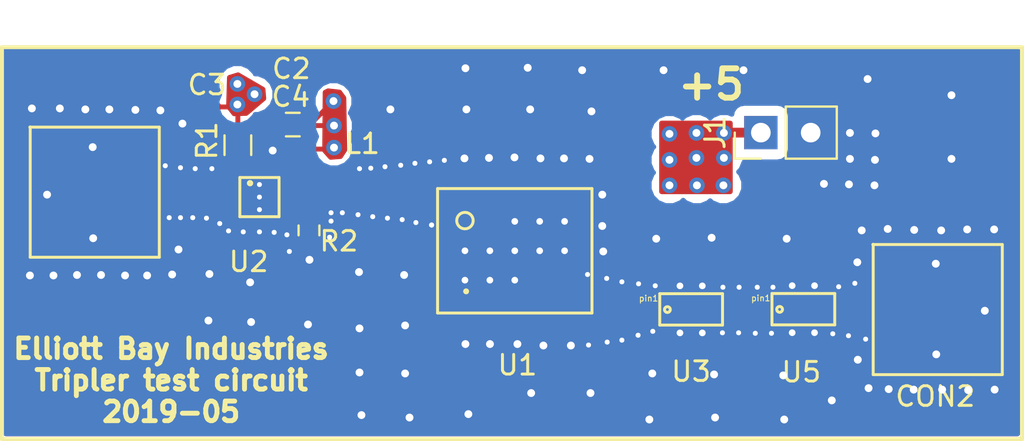
<source format=kicad_pcb>
(kicad_pcb (version 20171130) (host pcbnew "(5.0.1)-4")

  (general
    (thickness 1.6)
    (drawings 6)
    (tracks 535)
    (zones 0)
    (modules 15)
    (nets 16)
  )

  (page A4)
  (layers
    (0 F.Cu signal)
    (1 In1.Cu power)
    (2 In2.Cu power)
    (31 B.Cu signal)
    (32 B.Adhes user)
    (33 F.Adhes user)
    (34 B.Paste user)
    (35 F.Paste user)
    (36 B.SilkS user)
    (37 F.SilkS user)
    (38 B.Mask user)
    (39 F.Mask user)
    (40 Dwgs.User user)
    (41 Cmts.User user)
    (42 Eco1.User user)
    (43 Eco2.User user)
    (44 Edge.Cuts user)
    (45 Margin user)
    (46 B.CrtYd user)
    (47 F.CrtYd user)
    (48 B.Fab user)
    (49 F.Fab user)
  )

  (setup
    (last_trace_width 0.5)
    (user_trace_width 0.5)
    (user_trace_width 0.508)
    (trace_clearance 0.178)
    (zone_clearance 0.8128)
    (zone_45_only no)
    (trace_min 0.2)
    (segment_width 0.2)
    (edge_width 0.15)
    (via_size 0.8)
    (via_drill 0.4)
    (via_min_size 0.3)
    (via_min_drill 0.2)
    (user_via 0.35 0.254)
    (uvia_size 0.3)
    (uvia_drill 0.1)
    (uvias_allowed no)
    (uvia_min_size 0.2)
    (uvia_min_drill 0.1)
    (pcb_text_width 0.3)
    (pcb_text_size 1.5 1.5)
    (mod_edge_width 0.15)
    (mod_text_size 1 1)
    (mod_text_width 0.15)
    (pad_size 0.6 0.6)
    (pad_drill 0.34)
    (pad_to_mask_clearance 0.051)
    (solder_mask_min_width 0.25)
    (aux_axis_origin 0 0)
    (visible_elements 7FFFFFFF)
    (pcbplotparams
      (layerselection 0x010f8_ffffffff)
      (usegerberextensions true)
      (usegerberattributes false)
      (usegerberadvancedattributes false)
      (creategerberjobfile false)
      (excludeedgelayer true)
      (linewidth 0.200000)
      (plotframeref false)
      (viasonmask true)
      (mode 1)
      (useauxorigin false)
      (hpglpennumber 1)
      (hpglpenspeed 20)
      (hpglpendiameter 15.000000)
      (psnegative false)
      (psa4output false)
      (plotreference false)
      (plotvalue false)
      (plotinvisibletext false)
      (padsonsilk true)
      (subtractmaskfromsilk false)
      (outputformat 1)
      (mirror false)
      (drillshape 0)
      (scaleselection 1)
      (outputdirectory ""))
  )

  (net 0 "")
  (net 1 "Net-(C1-Pad1)")
  (net 2 "Net-(C1-Pad2)")
  (net 3 +5V)
  (net 4 GND)
  (net 5 "Net-(CON2-Pad1)")
  (net 6 "Net-(U1-Pad4)")
  (net 7 "Net-(U2-Pad4)")
  (net 8 "Net-(U2-Pad5)")
  (net 9 "Net-(U2-Pad8)")
  (net 10 "Net-(U3-Pad3)")
  (net 11 /Amp_out)
  (net 12 "Net-(C5-Pad2)")
  (net 13 "Net-(R1-Pad1)")
  (net 14 "Net-(R2-Pad2)")
  (net 15 "Net-(U2-Pad3)")

  (net_class Default "This is the default net class."
    (clearance 0.178)
    (trace_width 0.25)
    (via_dia 0.8)
    (via_drill 0.4)
    (uvia_dia 0.3)
    (uvia_drill 0.1)
    (add_net +5V)
    (add_net /Amp_out)
    (add_net GND)
    (add_net "Net-(C1-Pad1)")
    (add_net "Net-(C1-Pad2)")
    (add_net "Net-(C5-Pad2)")
    (add_net "Net-(CON2-Pad1)")
    (add_net "Net-(R1-Pad1)")
    (add_net "Net-(R2-Pad2)")
    (add_net "Net-(U1-Pad4)")
    (add_net "Net-(U2-Pad3)")
    (add_net "Net-(U2-Pad4)")
    (add_net "Net-(U2-Pad5)")
    (add_net "Net-(U2-Pad8)")
    (add_net "Net-(U3-Pad3)")
  )

  (module EllBayInd-McFly:RMK-3-123+ (layer F.Cu) (tedit 5CDDEF28) (tstamp 5CDE6A57)
    (at 126.14 92.39 270)
    (path /5CD1D6C4)
    (fp_text reference U1 (at 5.835 -0.135) (layer F.SilkS)
      (effects (font (size 1 1) (thickness 0.15)))
    )
    (fp_text value RMK-3-123+ (at -4.98 -2.52) (layer F.Fab) hide
      (effects (font (size 1 1) (thickness 0.15)))
    )
    (fp_line (start -3.175 -3.935) (end 3.175 -3.935) (layer F.SilkS) (width 0.15))
    (fp_line (start 3.175 -3.935) (end 3.175 3.935) (layer F.SilkS) (width 0.15))
    (fp_line (start 3.175 3.935) (end -3.175 3.935) (layer F.SilkS) (width 0.15))
    (fp_line (start -3.175 3.935) (end -3.175 -3.935) (layer F.SilkS) (width 0.15))
    (fp_circle (center -1.54 2.54) (end -1.27 2.86) (layer F.SilkS) (width 0.15))
    (fp_circle (center 2.07 2.48) (end 2.1 2.55) (layer F.SilkS) (width 0.15))
    (pad 1 smd rect (at -2.985 2.54 270) (size 1.65 1.52) (layers F.Cu F.Paste F.Mask)
      (net 11 /Amp_out))
    (pad 2 smd rect (at -2.985 0 270) (size 1.65 1.52) (layers F.Cu F.Paste F.Mask)
      (net 4 GND))
    (pad 3 smd rect (at -2.985 -2.54 270) (size 1.65 1.52) (layers F.Cu F.Paste F.Mask)
      (net 4 GND))
    (pad 4 smd rect (at 2.985 -2.54 270) (size 1.65 1.52) (layers F.Cu F.Paste F.Mask)
      (net 6 "Net-(U1-Pad4)"))
    (pad 5 smd rect (at 2.985 0 270) (size 1.65 1.52) (layers F.Cu F.Paste F.Mask)
      (net 4 GND))
    (pad 6 smd rect (at 2.985 2.54 270) (size 1.65 1.52) (layers F.Cu F.Paste F.Mask)
      (net 4 GND))
    (pad 2 thru_hole circle (at -1.5 0 270) (size 0.6 0.6) (drill 0.34) (layers *.Cu)
      (net 4 GND))
    (pad 2 thru_hole circle (at -1.5 -1.27 270) (size 0.6 0.6) (drill 0.34) (layers *.Cu)
      (net 4 GND))
    (pad 2 thru_hole circle (at -1.5 -2.54 270) (size 0.6 0.6) (drill 0.34) (layers *.Cu)
      (net 4 GND))
    (pad 2 thru_hole circle (at 0 -2.54 270) (size 0.6 0.6) (drill 0.34) (layers *.Cu)
      (net 4 GND))
    (pad 2 thru_hole circle (at 0 -1.27) (size 0.6 0.6) (drill 0.34) (layers *.Cu)
      (net 4 GND))
    (pad 2 thru_hole circle (at 0 0 270) (size 0.6 0.6) (drill 0.34) (layers *.Cu)
      (net 4 GND))
    (pad 2 thru_hole circle (at 0 1.27 270) (size 0.6 0.6) (drill 0.34) (layers *.Cu)
      (net 4 GND))
    (pad 2 thru_hole circle (at 0 2.54 270) (size 0.6 0.6) (drill 0.34) (layers *.Cu)
      (net 4 GND))
    (pad 2 thru_hole circle (at 1.5 2.54 270) (size 0.6 0.6) (drill 0.34) (layers *.Cu)
      (net 4 GND))
    (pad 2 thru_hole circle (at 1.5 1.27 270) (size 0.6 0.6) (drill 0.34) (layers *.Cu)
      (net 4 GND))
    (pad 2 thru_hole circle (at 1.5 0 270) (size 0.6 0.6) (drill 0.34) (layers *.Cu)
      (net 4 GND))
  )

  (module EllBayInd-McFly:C_0201_0603Metric (layer F.Cu) (tedit 5CDB4D71) (tstamp 5CDE69F9)
    (at 109.6 89.4 180)
    (descr "Capacitor SMD 0201 (0603 Metric), square (rectangular) end terminal, IPC_7351 nominal, (Body size source: https://www.vishay.com/docs/20052/crcw0201e3.pdf), generated with kicad-footprint-generator")
    (tags capacitor)
    (path /5CD1D1D5)
    (attr smd)
    (fp_text reference C1 (at -0.3 -2.475 180) (layer F.SilkS) hide
      (effects (font (size 1 1) (thickness 0.15)))
    )
    (fp_text value 100pF (at -0.06 1.42 180) (layer F.Fab) hide
      (effects (font (size 1 1) (thickness 0.15)))
    )
    (fp_line (start -0.3 0.15) (end -0.3 -0.15) (layer F.Fab) (width 0.1))
    (fp_line (start -0.3 -0.15) (end 0.3 -0.15) (layer F.Fab) (width 0.1))
    (fp_line (start 0.3 -0.15) (end 0.3 0.15) (layer F.Fab) (width 0.1))
    (fp_line (start 0.3 0.15) (end -0.3 0.15) (layer F.Fab) (width 0.1))
    (fp_line (start -0.7 0.35) (end -0.7 -0.35) (layer F.CrtYd) (width 0.05))
    (fp_line (start -0.7 -0.35) (end 0.7 -0.35) (layer F.CrtYd) (width 0.05))
    (fp_line (start 0.7 -0.35) (end 0.7 0.35) (layer F.CrtYd) (width 0.05))
    (fp_line (start 0.7 0.35) (end -0.7 0.35) (layer F.CrtYd) (width 0.05))
    (fp_text user %R (at 0 -0.68 180) (layer F.Fab)
      (effects (font (size 0.25 0.25) (thickness 0.04)))
    )
    (pad "" smd roundrect (at -0.345 0 180) (size 0.318 0.36) (layers F.Paste) (roundrect_rratio 0.25))
    (pad "" smd roundrect (at 0.345 0 180) (size 0.318 0.36) (layers F.Paste) (roundrect_rratio 0.25))
    (pad 1 smd roundrect (at -0.32 0 180) (size 0.46 0.4) (layers F.Cu F.Mask) (roundrect_rratio 0.25)
      (net 1 "Net-(C1-Pad1)"))
    (pad 2 smd roundrect (at 0.32 0 180) (size 0.46 0.4) (layers F.Cu F.Mask) (roundrect_rratio 0.25)
      (net 2 "Net-(C1-Pad2)"))
    (model ${KISYS3DMOD}/Capacitor_SMD.3dshapes/C_0201_0603Metric.wrl
      (at (xyz 0 0 0))
      (scale (xyz 1 1 1))
      (rotate (xyz 0 0 0))
    )
  )

  (module EllBayInd-McFly:SMAConnector (layer F.Cu) (tedit 5CDC9D1D) (tstamp 5CDE6A17)
    (at 104.73 89.39)
    (path /5CD1D0D6)
    (attr smd)
    (fp_text reference CON1 (at -0.43 -4.065) (layer F.SilkS) hide
      (effects (font (size 1 1) (thickness 0.15)))
    )
    (fp_text value RF_SMA (at -0.33 -5.515) (layer F.Fab) hide
      (effects (font (size 1 1) (thickness 0.15)))
    )
    (fp_line (start -3.29 -3.32) (end -3.29 3.33) (layer F.SilkS) (width 0.15))
    (fp_line (start -3.29 3.33) (end 3.29 3.33) (layer F.SilkS) (width 0.15))
    (fp_line (start 3.29 3.33) (end 3.29 -3.31) (layer F.SilkS) (width 0.15))
    (fp_line (start 3.29 -3.31) (end -3.31 -3.31) (layer F.SilkS) (width 0.15))
    (pad 2 smd rect (at 2.375 -2.375) (size 1.9 1.9) (layers F.Cu F.Paste F.Mask)
      (net 4 GND))
    (pad 2 smd rect (at 2.375 2.375) (size 1.9 1.9) (layers F.Cu F.Paste F.Mask)
      (net 4 GND))
    (pad 2 smd rect (at -2.375 2.375) (size 1.9 1.9) (layers F.Cu F.Paste F.Mask)
      (net 4 GND))
    (pad 2 smd rect (at -2.375 -2.375) (size 1.9 1.9) (layers F.Cu F.Paste F.Mask)
      (net 4 GND))
    (pad 1 smd rect (at 0 0) (size 1.5 1.5) (layers F.Cu F.Paste F.Mask)
      (net 2 "Net-(C1-Pad2)"))
  )

  (module EllBayInd-McFly:SMAConnector (layer F.Cu) (tedit 59EA2DC3) (tstamp 5CDE6A24)
    (at 147.7 95.38)
    (path /5CD1D8AD)
    (attr smd)
    (fp_text reference CON2 (at -0.126 4.442) (layer F.SilkS)
      (effects (font (size 1 1) (thickness 0.15)))
    )
    (fp_text value RF_SMA (at 0.1016 -4.8006) (layer F.Fab)
      (effects (font (size 1 1) (thickness 0.15)))
    )
    (fp_line (start 3.29 -3.31) (end -3.31 -3.31) (layer F.SilkS) (width 0.15))
    (fp_line (start 3.29 3.33) (end 3.29 -3.31) (layer F.SilkS) (width 0.15))
    (fp_line (start -3.29 3.33) (end 3.29 3.33) (layer F.SilkS) (width 0.15))
    (fp_line (start -3.29 -3.32) (end -3.29 3.33) (layer F.SilkS) (width 0.15))
    (pad 1 smd rect (at 0 0) (size 1.5 1.5) (layers F.Cu F.Paste F.Mask)
      (net 5 "Net-(CON2-Pad1)"))
    (pad 2 smd rect (at -2.375 -2.375) (size 1.9 1.9) (layers F.Cu F.Paste F.Mask)
      (net 4 GND))
    (pad 2 smd rect (at -2.375 2.375) (size 1.9 1.9) (layers F.Cu F.Paste F.Mask)
      (net 4 GND))
    (pad 2 smd rect (at 2.375 2.375) (size 1.9 1.9) (layers F.Cu F.Paste F.Mask)
      (net 4 GND))
    (pad 2 smd rect (at 2.375 -2.375) (size 1.9 1.9) (layers F.Cu F.Paste F.Mask)
      (net 4 GND))
  )

  (module EllBayInd-McFly:BFCN-8450+ (layer F.Cu) (tedit 5CBA0DFF) (tstamp 5CDE6A80)
    (at 135.13 95.38)
    (path /5CD1D768)
    (attr smd)
    (fp_text reference U3 (at -0.002 3.172) (layer F.SilkS)
      (effects (font (size 1 1) (thickness 0.15)))
    )
    (fp_text value BFCN-8450+ (at 2.538 -3.686 -180) (layer F.Fab)
      (effects (font (size 1 1) (thickness 0.15)))
    )
    (fp_line (start -1.6 -0.8) (end -1.6 0.8) (layer F.SilkS) (width 0.15))
    (fp_line (start -1.6 0.8) (end 1.6 0.8) (layer F.SilkS) (width 0.15))
    (fp_line (start 1.6 0.8) (end 1.6 -0.8) (layer F.SilkS) (width 0.15))
    (fp_line (start 1.6 -0.8) (end -1.6 -0.8) (layer F.SilkS) (width 0.15))
    (fp_circle (center -1.21 0.01) (end -1.17 0.07) (layer F.SilkS) (width 0.15))
    (fp_text user pin1 (at -2.17 -0.56) (layer F.SilkS)
      (effects (font (size 0.3 0.3) (thickness 0.05)))
    )
    (pad 1 smd rect (at -1.815 0) (size 0.99 0.61) (layers F.Cu F.Paste F.Mask)
      (net 6 "Net-(U1-Pad4)"))
    (pad 2 smd rect (at 0 1.015) (size 1.75 0.99) (layers F.Cu F.Paste F.Mask)
      (net 4 GND))
    (pad 3 smd rect (at 1.815 0) (size 0.99 0.61) (layers F.Cu F.Paste F.Mask)
      (net 10 "Net-(U3-Pad3)"))
    (pad 4 smd rect (at 0 -1.015) (size 1.75 0.99) (layers F.Cu F.Paste F.Mask)
      (net 4 GND))
    (pad 2 thru_hole circle (at -0.57 1.2) (size 0.6 0.6) (drill 0.34) (layers *.Cu *.Mask)
      (net 4 GND))
    (pad 2 thru_hole circle (at 0.57 1.2) (size 0.6 0.6) (drill 0.34) (layers *.Cu *.Mask)
      (net 4 GND))
    (pad 4 thru_hole circle (at -0.57 -1.2) (size 0.6 0.6) (drill 0.34) (layers *.Cu *.Mask)
      (net 4 GND))
    (pad 4 thru_hole circle (at 0.57 -1.2) (size 0.6 0.6) (drill 0.34) (layers *.Cu *.Mask)
      (net 4 GND))
  )

  (module EllBayInd-McFly:BFCN-8450+ (layer F.Cu) (tedit 5CD1EB40) (tstamp 5CDE6AA6)
    (at 140.85 95.37)
    (path /5CD1D819)
    (attr smd)
    (fp_text reference U5 (at -0.104 3.212 -180) (layer F.SilkS)
      (effects (font (size 1 1) (thickness 0.15)))
    )
    (fp_text value BFCN-8450+ (at -2.1 5.7 90) (layer F.Fab) hide
      (effects (font (size 1 1) (thickness 0.15)))
    )
    (fp_text user pin1 (at -2.17 -0.56) (layer F.SilkS)
      (effects (font (size 0.3 0.3) (thickness 0.05)))
    )
    (fp_circle (center -1.21 0.01) (end -1.17 0.07) (layer F.SilkS) (width 0.15))
    (fp_line (start 1.6 -0.8) (end -1.6 -0.8) (layer F.SilkS) (width 0.15))
    (fp_line (start 1.6 0.8) (end 1.6 -0.8) (layer F.SilkS) (width 0.15))
    (fp_line (start -1.6 0.8) (end 1.6 0.8) (layer F.SilkS) (width 0.15))
    (fp_line (start -1.6 -0.8) (end -1.6 0.8) (layer F.SilkS) (width 0.15))
    (pad 4 thru_hole circle (at 0.57 -1.2) (size 0.6 0.6) (drill 0.34) (layers *.Cu *.Mask)
      (net 4 GND))
    (pad 4 thru_hole circle (at -0.57 -1.2) (size 0.6 0.6) (drill 0.34) (layers *.Cu *.Mask)
      (net 4 GND))
    (pad 2 thru_hole circle (at 0.57 1.2) (size 0.6 0.6) (drill 0.34) (layers *.Cu *.Mask)
      (net 4 GND))
    (pad 2 thru_hole circle (at -0.57 1.2) (size 0.6 0.6) (drill 0.34) (layers *.Cu *.Mask)
      (net 4 GND))
    (pad 4 smd rect (at 0 -1.015) (size 1.75 0.99) (layers F.Cu F.Paste F.Mask)
      (net 4 GND))
    (pad 3 smd rect (at 1.815 0) (size 0.99 0.61) (layers F.Cu F.Paste F.Mask)
      (net 5 "Net-(CON2-Pad1)"))
    (pad 2 smd rect (at 0 1.015) (size 1.75 0.99) (layers F.Cu F.Paste F.Mask)
      (net 4 GND))
    (pad 1 smd rect (at -1.815 0) (size 0.99 0.61) (layers F.Cu F.Paste F.Mask)
      (net 10 "Net-(U3-Pad3)"))
  )

  (module EllBayInd-McFly:C_0603 (layer F.Cu) (tedit 5CDB4B24) (tstamp 5CE7D2FA)
    (at 114.825 85.95)
    (descr "Capacitor SMD 0603, reflow soldering, AVX (see smccp.pdf)")
    (tags "capacitor 0603")
    (path /5CD1D4DD)
    (attr smd)
    (fp_text reference C2 (at -0.075 -2.85) (layer F.SilkS)
      (effects (font (size 1 1) (thickness 0.15)))
    )
    (fp_text value 1uF (at 0 1.5 180) (layer F.Fab) hide
      (effects (font (size 1 1) (thickness 0.15)))
    )
    (fp_text user %R (at 0 0) (layer F.Fab)
      (effects (font (size 0.3 0.3) (thickness 0.075)))
    )
    (fp_line (start -0.8 0.4) (end -0.8 -0.4) (layer F.Fab) (width 0.1))
    (fp_line (start 0.8 0.4) (end -0.8 0.4) (layer F.Fab) (width 0.1))
    (fp_line (start 0.8 -0.4) (end 0.8 0.4) (layer F.Fab) (width 0.1))
    (fp_line (start -0.8 -0.4) (end 0.8 -0.4) (layer F.Fab) (width 0.1))
    (fp_line (start -0.35 -0.6) (end 0.35 -0.6) (layer F.SilkS) (width 0.12))
    (fp_line (start 0.35 0.6) (end -0.35 0.6) (layer F.SilkS) (width 0.12))
    (fp_line (start -1.4 -0.65) (end 1.4 -0.65) (layer F.CrtYd) (width 0.05))
    (fp_line (start -1.4 -0.65) (end -1.4 0.65) (layer F.CrtYd) (width 0.05))
    (fp_line (start 1.4 0.65) (end 1.4 -0.65) (layer F.CrtYd) (width 0.05))
    (fp_line (start 1.4 0.65) (end -1.4 0.65) (layer F.CrtYd) (width 0.05))
    (pad 1 smd rect (at -0.75 0) (size 0.8 0.75) (layers F.Cu F.Paste F.Mask)
      (net 4 GND))
    (pad 2 smd rect (at 0.75 0) (size 0.8 0.75) (layers F.Cu F.Paste F.Mask)
      (net 3 +5V))
    (model Capacitors_SMD.3dshapes/C_0603.wrl
      (at (xyz 0 0 0))
      (scale (xyz 1 1 1))
      (rotate (xyz 0 0 0))
    )
  )

  (module EllBayInd-McFly:C_0201_0603Metric (layer F.Cu) (tedit 5CDB4B5B) (tstamp 5CE7D31A)
    (at 110.6 85.05 180)
    (descr "Capacitor SMD 0201 (0603 Metric), square (rectangular) end terminal, IPC_7351 nominal, (Body size source: https://www.vishay.com/docs/20052/crcw0201e3.pdf), generated with kicad-footprint-generator")
    (tags capacitor)
    (path /5CDB72BF)
    (attr smd)
    (fp_text reference C3 (at 0.15 1.125 180) (layer F.SilkS)
      (effects (font (size 1 1) (thickness 0.15)))
    )
    (fp_text value 100pF (at 0 1.05 180) (layer F.Fab) hide
      (effects (font (size 1 1) (thickness 0.15)))
    )
    (fp_text user %R (at 0 -0.68 180) (layer F.Fab)
      (effects (font (size 0.25 0.25) (thickness 0.04)))
    )
    (fp_line (start 0.7 0.35) (end -0.7 0.35) (layer F.CrtYd) (width 0.05))
    (fp_line (start 0.7 -0.35) (end 0.7 0.35) (layer F.CrtYd) (width 0.05))
    (fp_line (start -0.7 -0.35) (end 0.7 -0.35) (layer F.CrtYd) (width 0.05))
    (fp_line (start -0.7 0.35) (end -0.7 -0.35) (layer F.CrtYd) (width 0.05))
    (fp_line (start 0.3 0.15) (end -0.3 0.15) (layer F.Fab) (width 0.1))
    (fp_line (start 0.3 -0.15) (end 0.3 0.15) (layer F.Fab) (width 0.1))
    (fp_line (start -0.3 -0.15) (end 0.3 -0.15) (layer F.Fab) (width 0.1))
    (fp_line (start -0.3 0.15) (end -0.3 -0.15) (layer F.Fab) (width 0.1))
    (pad 2 smd roundrect (at 0.32 0 180) (size 0.46 0.4) (layers F.Cu F.Mask) (roundrect_rratio 0.25)
      (net 4 GND))
    (pad 1 smd roundrect (at -0.32 0 180) (size 0.46 0.4) (layers F.Cu F.Mask) (roundrect_rratio 0.25)
      (net 3 +5V))
    (pad "" smd roundrect (at 0.345 0 180) (size 0.318 0.36) (layers F.Paste) (roundrect_rratio 0.25))
    (pad "" smd roundrect (at -0.345 0 180) (size 0.318 0.36) (layers F.Paste) (roundrect_rratio 0.25))
    (model ${KISYS3DMOD}/Capacitor_SMD.3dshapes/C_0201_0603Metric.wrl
      (at (xyz 0 0 0))
      (scale (xyz 1 1 1))
      (rotate (xyz 0 0 0))
    )
  )

  (module EllBayInd-McFly:C_0201_0603Metric (layer F.Cu) (tedit 5CDB4AFE) (tstamp 5CE7D32B)
    (at 115.35 87.2)
    (descr "Capacitor SMD 0201 (0603 Metric), square (rectangular) end terminal, IPC_7351 nominal, (Body size source: https://www.vishay.com/docs/20052/crcw0201e3.pdf), generated with kicad-footprint-generator")
    (tags capacitor)
    (path /5CDBB5E2)
    (attr smd)
    (fp_text reference C4 (at -0.625 -2.675) (layer F.SilkS)
      (effects (font (size 1 1) (thickness 0.15)))
    )
    (fp_text value 100pF (at 0 1.05) (layer F.Fab) hide
      (effects (font (size 1 1) (thickness 0.15)))
    )
    (fp_line (start -0.3 0.15) (end -0.3 -0.15) (layer F.Fab) (width 0.1))
    (fp_line (start -0.3 -0.15) (end 0.3 -0.15) (layer F.Fab) (width 0.1))
    (fp_line (start 0.3 -0.15) (end 0.3 0.15) (layer F.Fab) (width 0.1))
    (fp_line (start 0.3 0.15) (end -0.3 0.15) (layer F.Fab) (width 0.1))
    (fp_line (start -0.7 0.35) (end -0.7 -0.35) (layer F.CrtYd) (width 0.05))
    (fp_line (start -0.7 -0.35) (end 0.7 -0.35) (layer F.CrtYd) (width 0.05))
    (fp_line (start 0.7 -0.35) (end 0.7 0.35) (layer F.CrtYd) (width 0.05))
    (fp_line (start 0.7 0.35) (end -0.7 0.35) (layer F.CrtYd) (width 0.05))
    (fp_text user %R (at 0 -0.68) (layer F.Fab)
      (effects (font (size 0.25 0.25) (thickness 0.04)))
    )
    (pad "" smd roundrect (at -0.345 0) (size 0.318 0.36) (layers F.Paste) (roundrect_rratio 0.25))
    (pad "" smd roundrect (at 0.345 0) (size 0.318 0.36) (layers F.Paste) (roundrect_rratio 0.25))
    (pad 1 smd roundrect (at -0.32 0) (size 0.46 0.4) (layers F.Cu F.Mask) (roundrect_rratio 0.25)
      (net 4 GND))
    (pad 2 smd roundrect (at 0.32 0) (size 0.46 0.4) (layers F.Cu F.Mask) (roundrect_rratio 0.25)
      (net 3 +5V))
    (model ${KISYS3DMOD}/Capacitor_SMD.3dshapes/C_0201_0603Metric.wrl
      (at (xyz 0 0 0))
      (scale (xyz 1 1 1))
      (rotate (xyz 0 0 0))
    )
  )

  (module EllBayInd-McFly:C_0201_0603Metric (layer F.Cu) (tedit 5CDB4D77) (tstamp 5CE7D33C)
    (at 117.125 89.4 180)
    (descr "Capacitor SMD 0201 (0603 Metric), square (rectangular) end terminal, IPC_7351 nominal, (Body size source: https://www.vishay.com/docs/20052/crcw0201e3.pdf), generated with kicad-footprint-generator")
    (tags capacitor)
    (path /5CDB509A)
    (attr smd)
    (fp_text reference C5 (at 0 -1.275 180) (layer F.SilkS) hide
      (effects (font (size 1 1) (thickness 0.15)))
    )
    (fp_text value 100pF (at 0 1.05 180) (layer F.Fab) hide
      (effects (font (size 1 1) (thickness 0.15)))
    )
    (fp_line (start -0.3 0.15) (end -0.3 -0.15) (layer F.Fab) (width 0.1))
    (fp_line (start -0.3 -0.15) (end 0.3 -0.15) (layer F.Fab) (width 0.1))
    (fp_line (start 0.3 -0.15) (end 0.3 0.15) (layer F.Fab) (width 0.1))
    (fp_line (start 0.3 0.15) (end -0.3 0.15) (layer F.Fab) (width 0.1))
    (fp_line (start -0.7 0.35) (end -0.7 -0.35) (layer F.CrtYd) (width 0.05))
    (fp_line (start -0.7 -0.35) (end 0.7 -0.35) (layer F.CrtYd) (width 0.05))
    (fp_line (start 0.7 -0.35) (end 0.7 0.35) (layer F.CrtYd) (width 0.05))
    (fp_line (start 0.7 0.35) (end -0.7 0.35) (layer F.CrtYd) (width 0.05))
    (fp_text user %R (at 0 -0.68 180) (layer F.Fab)
      (effects (font (size 0.25 0.25) (thickness 0.04)))
    )
    (pad "" smd roundrect (at -0.345 0 180) (size 0.318 0.36) (layers F.Paste) (roundrect_rratio 0.25))
    (pad "" smd roundrect (at 0.345 0 180) (size 0.318 0.36) (layers F.Paste) (roundrect_rratio 0.25))
    (pad 1 smd roundrect (at -0.32 0 180) (size 0.46 0.4) (layers F.Cu F.Mask) (roundrect_rratio 0.25)
      (net 11 /Amp_out))
    (pad 2 smd roundrect (at 0.32 0 180) (size 0.46 0.4) (layers F.Cu F.Mask) (roundrect_rratio 0.25)
      (net 12 "Net-(C5-Pad2)"))
    (model ${KISYS3DMOD}/Capacitor_SMD.3dshapes/C_0201_0603Metric.wrl
      (at (xyz 0 0 0))
      (scale (xyz 1 1 1))
      (rotate (xyz 0 0 0))
    )
  )

  (module EllBayInd-McFly:L_0402 (layer F.Cu) (tedit 5CDB4AD4) (tstamp 5CE7D34B)
    (at 115.65 88.925 270)
    (descr "Inductor SMD 0402 (1005 Metric), square (rectangular) end terminal, IPC_7351 nominal, (Body size source: http://www.tortai-tech.com/upload/download/2011102023233369053.pdf), generated with kicad-footprint-generator")
    (tags inductor)
    (path /5CDB736D)
    (attr smd)
    (fp_text reference L1 (at -2 -2.725) (layer F.SilkS)
      (effects (font (size 1 1) (thickness 0.15)))
    )
    (fp_text value 18nH (at 0 1.17 270) (layer F.Fab) hide
      (effects (font (size 1 1) (thickness 0.15)))
    )
    (fp_line (start -0.5 0.25) (end -0.5 -0.25) (layer F.Fab) (width 0.1))
    (fp_line (start -0.5 -0.25) (end 0.5 -0.25) (layer F.Fab) (width 0.1))
    (fp_line (start 0.5 -0.25) (end 0.5 0.25) (layer F.Fab) (width 0.1))
    (fp_line (start 0.5 0.25) (end -0.5 0.25) (layer F.Fab) (width 0.1))
    (fp_line (start -0.93 0.47) (end -0.93 -0.47) (layer F.CrtYd) (width 0.05))
    (fp_line (start -0.93 -0.47) (end 0.93 -0.47) (layer F.CrtYd) (width 0.05))
    (fp_line (start 0.93 -0.47) (end 0.93 0.47) (layer F.CrtYd) (width 0.05))
    (fp_line (start 0.93 0.47) (end -0.93 0.47) (layer F.CrtYd) (width 0.05))
    (fp_text user %R (at 0 0 270) (layer F.Fab)
      (effects (font (size 0.25 0.25) (thickness 0.04)))
    )
    (pad 1 smd roundrect (at -0.485 0 270) (size 0.59 0.64) (layers F.Cu F.Paste F.Mask) (roundrect_rratio 0.25)
      (net 3 +5V))
    (pad 2 smd roundrect (at 0.485 0 270) (size 0.59 0.64) (layers F.Cu F.Paste F.Mask) (roundrect_rratio 0.25)
      (net 12 "Net-(C5-Pad2)"))
    (model ${KISYS3DMOD}/Inductor_SMD.3dshapes/L_0402_1005Metric.wrl
      (at (xyz 0 0 0))
      (scale (xyz 1 1 1))
      (rotate (xyz 0 0 0))
    )
  )

  (module EllBayInd-McFly:R_0603 (layer F.Cu) (tedit 5CDB4B45) (tstamp 5CE7D35C)
    (at 112.025 87 90)
    (descr "Resistor SMD 0603, reflow soldering, Vishay (see dcrcw.pdf)")
    (tags "resistor 0603")
    (path /5CDB6E05)
    (attr smd)
    (fp_text reference R1 (at 0.225 -1.575 90) (layer F.SilkS)
      (effects (font (size 1 1) (thickness 0.15)))
    )
    (fp_text value 5.1k (at 0 1.5 90) (layer F.Fab) hide
      (effects (font (size 1 1) (thickness 0.15)))
    )
    (fp_line (start 1.25 0.7) (end -1.25 0.7) (layer F.CrtYd) (width 0.05))
    (fp_line (start 1.25 0.7) (end 1.25 -0.7) (layer F.CrtYd) (width 0.05))
    (fp_line (start -1.25 -0.7) (end -1.25 0.7) (layer F.CrtYd) (width 0.05))
    (fp_line (start -1.25 -0.7) (end 1.25 -0.7) (layer F.CrtYd) (width 0.05))
    (fp_line (start -0.5 -0.68) (end 0.5 -0.68) (layer F.SilkS) (width 0.12))
    (fp_line (start 0.5 0.68) (end -0.5 0.68) (layer F.SilkS) (width 0.12))
    (fp_line (start -0.8 -0.4) (end 0.8 -0.4) (layer F.Fab) (width 0.1))
    (fp_line (start 0.8 -0.4) (end 0.8 0.4) (layer F.Fab) (width 0.1))
    (fp_line (start 0.8 0.4) (end -0.8 0.4) (layer F.Fab) (width 0.1))
    (fp_line (start -0.8 0.4) (end -0.8 -0.4) (layer F.Fab) (width 0.1))
    (fp_text user %R (at 0 0 90) (layer F.Fab)
      (effects (font (size 0.4 0.4) (thickness 0.075)))
    )
    (pad 2 smd rect (at 0.75 0 90) (size 0.5 0.9) (layers F.Cu F.Paste F.Mask)
      (net 3 +5V))
    (pad 1 smd rect (at -0.75 0 90) (size 0.5 0.9) (layers F.Cu F.Paste F.Mask)
      (net 13 "Net-(R1-Pad1)"))
    (model ${KISYS3DMOD}/Resistors_SMD.3dshapes/R_0603.wrl
      (at (xyz 0 0 0))
      (scale (xyz 1 1 1))
      (rotate (xyz 0 0 0))
    )
  )

  (module EllBayInd-McFly:R_0402 (layer F.Cu) (tedit 5CDB4A6B) (tstamp 5CE7D36D)
    (at 115.65 91.35 90)
    (descr "Resistor SMD 0402, reflow soldering, Vishay (see dcrcw.pdf)")
    (tags "resistor 0402")
    (path /5CDB4B8A)
    (attr smd)
    (fp_text reference R2 (at -0.55 1.525) (layer F.SilkS)
      (effects (font (size 1 1) (thickness 0.15)))
    )
    (fp_text value 20k (at 0 1.45 90) (layer F.Fab) hide
      (effects (font (size 1 1) (thickness 0.15)))
    )
    (fp_line (start 0.8 0.45) (end -0.8 0.45) (layer F.CrtYd) (width 0.05))
    (fp_line (start 0.8 0.45) (end 0.8 -0.45) (layer F.CrtYd) (width 0.05))
    (fp_line (start -0.8 -0.45) (end -0.8 0.45) (layer F.CrtYd) (width 0.05))
    (fp_line (start -0.8 -0.45) (end 0.8 -0.45) (layer F.CrtYd) (width 0.05))
    (fp_line (start -0.25 0.53) (end 0.25 0.53) (layer F.SilkS) (width 0.12))
    (fp_line (start 0.25 -0.53) (end -0.25 -0.53) (layer F.SilkS) (width 0.12))
    (fp_line (start -0.5 -0.25) (end 0.5 -0.25) (layer F.Fab) (width 0.1))
    (fp_line (start 0.5 -0.25) (end 0.5 0.25) (layer F.Fab) (width 0.1))
    (fp_line (start 0.5 0.25) (end -0.5 0.25) (layer F.Fab) (width 0.1))
    (fp_line (start -0.5 0.25) (end -0.5 -0.25) (layer F.Fab) (width 0.1))
    (fp_text user %R (at 0 -1.35 90) (layer F.Fab) hide
      (effects (font (size 1 1) (thickness 0.15)))
    )
    (pad 2 smd rect (at 0.45 0 90) (size 0.4 0.6) (layers F.Cu F.Paste F.Mask)
      (net 14 "Net-(R2-Pad2)"))
    (pad 1 smd rect (at -0.45 0 90) (size 0.4 0.6) (layers F.Cu F.Paste F.Mask)
      (net 4 GND))
    (model ${KISYS3DMOD}/Resistors_SMD.3dshapes/R_0402.wrl
      (at (xyz 0 0 0))
      (scale (xyz 1 1 1))
      (rotate (xyz 0 0 0))
    )
  )

  (module EllBayInd-McFly:QPL9057 (layer F.Cu) (tedit 5CDC9BEA) (tstamp 5CE7D37F)
    (at 113.125 89.65 90)
    (path /5CDB4144)
    (fp_text reference U2 (at -3.3 -0.55 180) (layer F.SilkS)
      (effects (font (size 1 1) (thickness 0.15)))
    )
    (fp_text value QPL9057 (at 3.225 0.125 180) (layer F.Fab) hide
      (effects (font (size 1 1) (thickness 0.15)))
    )
    (fp_circle (center 0.71 -0.48) (end 0.76 -0.41) (layer F.SilkS) (width 0.15))
    (fp_line (start -1 -1) (end -1 1) (layer F.SilkS) (width 0.15))
    (fp_line (start -1 1) (end 1 1) (layer F.SilkS) (width 0.15))
    (fp_line (start 1 1) (end 1 -1) (layer F.SilkS) (width 0.15))
    (fp_line (start 1 -1) (end -1 -1) (layer F.SilkS) (width 0.15))
    (pad 1 smd rect (at 0.75 -0.885 90) (size 0.3 0.67) (layers F.Cu F.Paste F.Mask)
      (net 13 "Net-(R1-Pad1)"))
    (pad 2 smd rect (at 0.25 -0.885 90) (size 0.3 0.67) (layers F.Cu F.Paste F.Mask)
      (net 1 "Net-(C1-Pad1)"))
    (pad 3 smd rect (at -0.25 -0.885 90) (size 0.3 0.67) (layers F.Cu F.Paste F.Mask)
      (net 15 "Net-(U2-Pad3)"))
    (pad 4 smd rect (at -0.75 -0.885 90) (size 0.3 0.67) (layers F.Cu F.Paste F.Mask)
      (net 7 "Net-(U2-Pad4)"))
    (pad 5 smd rect (at -0.75 0.885 90) (size 0.3 0.67) (layers F.Cu F.Paste F.Mask)
      (net 8 "Net-(U2-Pad5)"))
    (pad 6 smd rect (at -0.25 0.885 90) (size 0.3 0.67) (layers F.Cu F.Paste F.Mask)
      (net 14 "Net-(R2-Pad2)"))
    (pad 7 smd rect (at 0.25 0.885 90) (size 0.3 0.67) (layers F.Cu F.Paste F.Mask)
      (net 12 "Net-(C5-Pad2)"))
    (pad 8 smd rect (at 0.75 0.885 90) (size 0.3 0.67) (layers F.Cu F.Paste F.Mask)
      (net 9 "Net-(U2-Pad8)"))
    (pad 9 smd rect (at 0 0 90) (size 1.6 0.7) (layers F.Cu F.Paste F.Mask)
      (net 4 GND))
    (pad 9 thru_hole circle (at -0.64 0 90) (size 0.35 0.35) (drill 0.25) (layers *.Cu *.Mask)
      (net 4 GND))
    (pad 9 thru_hole circle (at 0 0 90) (size 0.35 0.35) (drill 0.25) (layers *.Cu *.Mask)
      (net 4 GND))
    (pad 9 thru_hole circle (at 0.64 0 90) (size 0.35 0.35) (drill 0.25) (layers *.Cu *.Mask)
      (net 4 GND))
  )

  (module Connector_PinHeader_2.54mm:PinHeader_1x02_P2.54mm_Vertical (layer F.Cu) (tedit 59FED5CC) (tstamp 5CEF8CA8)
    (at 138.684 86.36 90)
    (descr "Through hole straight pin header, 1x02, 2.54mm pitch, single row")
    (tags "Through hole pin header THT 1x02 2.54mm single row")
    (path /5CD203A6)
    (fp_text reference J1 (at 0 -2.33 90) (layer F.SilkS)
      (effects (font (size 1 1) (thickness 0.15)))
    )
    (fp_text value Conn_01x02_Male (at 0 4.87 90) (layer F.Fab)
      (effects (font (size 1 1) (thickness 0.15)))
    )
    (fp_line (start -0.635 -1.27) (end 1.27 -1.27) (layer F.Fab) (width 0.1))
    (fp_line (start 1.27 -1.27) (end 1.27 3.81) (layer F.Fab) (width 0.1))
    (fp_line (start 1.27 3.81) (end -1.27 3.81) (layer F.Fab) (width 0.1))
    (fp_line (start -1.27 3.81) (end -1.27 -0.635) (layer F.Fab) (width 0.1))
    (fp_line (start -1.27 -0.635) (end -0.635 -1.27) (layer F.Fab) (width 0.1))
    (fp_line (start -1.33 3.87) (end 1.33 3.87) (layer F.SilkS) (width 0.12))
    (fp_line (start -1.33 1.27) (end -1.33 3.87) (layer F.SilkS) (width 0.12))
    (fp_line (start 1.33 1.27) (end 1.33 3.87) (layer F.SilkS) (width 0.12))
    (fp_line (start -1.33 1.27) (end 1.33 1.27) (layer F.SilkS) (width 0.12))
    (fp_line (start -1.33 0) (end -1.33 -1.33) (layer F.SilkS) (width 0.12))
    (fp_line (start -1.33 -1.33) (end 0 -1.33) (layer F.SilkS) (width 0.12))
    (fp_line (start -1.8 -1.8) (end -1.8 4.35) (layer F.CrtYd) (width 0.05))
    (fp_line (start -1.8 4.35) (end 1.8 4.35) (layer F.CrtYd) (width 0.05))
    (fp_line (start 1.8 4.35) (end 1.8 -1.8) (layer F.CrtYd) (width 0.05))
    (fp_line (start 1.8 -1.8) (end -1.8 -1.8) (layer F.CrtYd) (width 0.05))
    (fp_text user %R (at 0 1.27 180) (layer F.Fab)
      (effects (font (size 1 1) (thickness 0.15)))
    )
    (pad 1 thru_hole rect (at 0 0 90) (size 1.7 1.7) (drill 1) (layers *.Cu *.Mask)
      (net 3 +5V))
    (pad 2 thru_hole oval (at 0 2.54 90) (size 1.7 1.7) (drill 1) (layers *.Cu *.Mask)
      (net 4 GND))
    (model ${KISYS3DMOD}/Connector_PinHeader_2.54mm.3dshapes/PinHeader_1x02_P2.54mm_Vertical.wrl
      (at (xyz 0 0 0))
      (scale (xyz 1 1 1))
      (rotate (xyz 0 0 0))
    )
  )

  (gr_text +5 (at 136.15 83.9) (layer F.SilkS)
    (effects (font (size 1.5 1.5) (thickness 0.3)))
  )
  (gr_text "Elliott Bay Industries\nTripler test circuit\n2019-05" (at 108.625 99) (layer F.SilkS)
    (effects (font (size 1 1) (thickness 0.25)))
  )
  (gr_line (start 152 82) (end 100 82) (layer F.SilkS) (width 0.2))
  (gr_line (start 152 102) (end 152 82) (layer F.SilkS) (width 0.2))
  (gr_line (start 100 102) (end 152 102) (layer F.SilkS) (width 0.2))
  (gr_line (start 100 82) (end 100 102) (layer F.SilkS) (width 0.2))

  (segment (start 112.24 89.4) (end 111.65 89.4) (width 0.25) (layer F.Cu) (net 1))
  (segment (start 111.65 89.4) (end 109.944 89.4) (width 0.508) (layer F.Cu) (net 1))
  (segment (start 109.27 89.39) (end 109.28 89.4) (width 0.25) (layer F.Cu) (net 2) (status 30))
  (segment (start 104.73 89.39) (end 109.27 89.39) (width 0.25) (layer F.Cu) (net 2) (status 30))
  (segment (start 104.73 89.39) (end 109.25799 89.39) (width 0.508) (layer F.Cu) (net 2))
  (via (at 136.8 86.375) (size 0.8) (drill 0.4) (layers F.Cu B.Cu) (net 3))
  (via (at 135.4 86.375) (size 0.8) (drill 0.4) (layers F.Cu B.Cu) (net 3))
  (segment (start 136.8 86.375) (end 135.4 86.375) (width 0.25) (layer In2.Cu) (net 3))
  (via (at 135.4 87.65) (size 0.8) (drill 0.4) (layers F.Cu B.Cu) (net 3))
  (segment (start 135.4 86.375) (end 135.4 87.65) (width 0.25) (layer F.Cu) (net 3))
  (via (at 136.8 87.65) (size 0.8) (drill 0.4) (layers F.Cu B.Cu) (net 3))
  (segment (start 135.4 87.65) (end 136.8 87.65) (width 0.25) (layer In2.Cu) (net 3))
  (via (at 136.775 89.05) (size 0.8) (drill 0.4) (layers F.Cu B.Cu) (net 3))
  (segment (start 136.8 87.65) (end 136.8 89.025) (width 0.25) (layer F.Cu) (net 3))
  (segment (start 136.8 89.025) (end 136.775 89.05) (width 0.25) (layer F.Cu) (net 3))
  (via (at 135.425 89.05) (size 0.8) (drill 0.4) (layers F.Cu B.Cu) (net 3))
  (segment (start 136.775 89.05) (end 135.425 89.05) (width 0.25) (layer In2.Cu) (net 3))
  (via (at 134.025 89.05) (size 0.8) (drill 0.4) (layers F.Cu B.Cu) (net 3))
  (segment (start 135.425 89.05) (end 134.025 89.05) (width 0.25) (layer F.Cu) (net 3))
  (via (at 134.025 87.75) (size 0.8) (drill 0.4) (layers F.Cu B.Cu) (net 3))
  (segment (start 134.025 89.05) (end 134.025 87.75) (width 0.25) (layer In2.Cu) (net 3))
  (via (at 134.025 86.425) (size 0.8) (drill 0.4) (layers F.Cu B.Cu) (net 3))
  (segment (start 134.025 87.75) (end 134.025 86.425) (width 0.25) (layer F.Cu) (net 3))
  (segment (start 115.65 87.22) (end 115.67 87.2) (width 0.25) (layer F.Cu) (net 3))
  (segment (start 115.65 88.44) (end 115.65 87.22) (width 0.25) (layer F.Cu) (net 3))
  (via (at 116.925 87.125) (size 0.8) (drill 0.4) (layers F.Cu B.Cu) (net 3))
  (segment (start 115.67 87.2) (end 116.85 87.2) (width 0.25) (layer F.Cu) (net 3))
  (segment (start 116.85 87.2) (end 116.925 87.125) (width 0.25) (layer F.Cu) (net 3))
  (via (at 116.925 86) (size 0.8) (drill 0.4) (layers F.Cu B.Cu) (net 3))
  (segment (start 116.925 87.125) (end 116.925 86) (width 0.25) (layer In2.Cu) (net 3))
  (segment (start 115.625 86) (end 115.575 85.95) (width 0.25) (layer F.Cu) (net 3))
  (segment (start 116.925 86) (end 115.625 86) (width 0.25) (layer F.Cu) (net 3))
  (via (at 116.9 84.75) (size 0.8) (drill 0.4) (layers F.Cu B.Cu) (net 3))
  (segment (start 115.575 85.95) (end 115.7 85.95) (width 0.25) (layer F.Cu) (net 3))
  (segment (start 115.7 85.95) (end 116.9 84.75) (width 0.25) (layer F.Cu) (net 3))
  (via (at 112 84.925) (size 0.8) (drill 0.4) (layers F.Cu B.Cu) (net 3))
  (segment (start 112.025 86.25) (end 112.025 84.95) (width 0.25) (layer F.Cu) (net 3))
  (segment (start 112.025 84.95) (end 112 84.925) (width 0.25) (layer F.Cu) (net 3))
  (via (at 112 83.875) (size 0.8) (drill 0.4) (layers F.Cu B.Cu) (net 3))
  (segment (start 112 84.925) (end 112 83.875) (width 0.25) (layer In2.Cu) (net 3))
  (via (at 112.875 84.4) (size 0.8) (drill 0.4) (layers F.Cu B.Cu) (net 3))
  (segment (start 112 83.875) (end 112.35 83.875) (width 0.25) (layer F.Cu) (net 3))
  (segment (start 112.35 83.875) (end 112.875 84.4) (width 0.25) (layer F.Cu) (net 3))
  (segment (start 112.35 84.925) (end 112.875 84.4) (width 0.25) (layer F.Cu) (net 3))
  (segment (start 112 84.925) (end 112.35 84.925) (width 0.25) (layer F.Cu) (net 3))
  (segment (start 111.875 85.05) (end 112 84.925) (width 0.25) (layer F.Cu) (net 3))
  (segment (start 110.92 85.05) (end 111.875 85.05) (width 0.25) (layer F.Cu) (net 3))
  (segment (start 136.815 86.36) (end 136.8 86.375) (width 0.5) (layer F.Cu) (net 3))
  (segment (start 138.684 86.36) (end 136.815 86.36) (width 0.5) (layer F.Cu) (net 3))
  (via (at 147.6 93.05) (size 0.8) (drill 0.4) (layers F.Cu B.Cu) (net 4))
  (segment (start 145.325 93.005) (end 147.555 93.005) (width 0.25) (layer F.Cu) (net 4) (status 10))
  (segment (start 147.555 93.005) (end 147.6 93.05) (width 0.25) (layer F.Cu) (net 4))
  (segment (start 147.645 93.005) (end 147.6 93.05) (width 0.25) (layer F.Cu) (net 4))
  (segment (start 150.075 93.005) (end 147.645 93.005) (width 0.25) (layer F.Cu) (net 4) (status 10))
  (via (at 150.1 95.45) (size 0.8) (drill 0.4) (layers F.Cu B.Cu) (net 4))
  (segment (start 150.075 97.755) (end 150.075 95.475) (width 0.25) (layer F.Cu) (net 4) (status 10))
  (segment (start 150.075 95.475) (end 150.1 95.45) (width 0.25) (layer F.Cu) (net 4))
  (segment (start 150.075 95.425) (end 150.1 95.45) (width 0.25) (layer F.Cu) (net 4))
  (segment (start 150.075 93.005) (end 150.075 95.425) (width 0.25) (layer F.Cu) (net 4) (status 10))
  (via (at 147.625 97.675) (size 0.8) (drill 0.4) (layers F.Cu B.Cu) (net 4))
  (segment (start 150.075 97.755) (end 147.705 97.755) (width 0.25) (layer F.Cu) (net 4) (status 10))
  (segment (start 147.705 97.755) (end 147.625 97.675) (width 0.25) (layer F.Cu) (net 4))
  (segment (start 147.545 97.755) (end 147.625 97.675) (width 0.25) (layer F.Cu) (net 4))
  (segment (start 145.325 97.755) (end 147.545 97.755) (width 0.25) (layer F.Cu) (net 4) (status 10))
  (via (at 129 97.225) (size 0.8) (drill 0.4) (layers F.Cu B.Cu) (net 4))
  (segment (start 123.6 95.375) (end 123.6 93.89) (width 0.25) (layer F.Cu) (net 4) (status 30))
  (segment (start 126.14 95.375) (end 126.14 93.89) (width 0.25) (layer F.Cu) (net 4) (status 30))
  (via (at 126.275 97.15) (size 0.8) (drill 0.4) (layers F.Cu B.Cu) (net 4))
  (via (at 123.625 97.15) (size 0.8) (drill 0.4) (layers F.Cu B.Cu) (net 4))
  (segment (start 123.6 97.125) (end 123.625 97.15) (width 0.25) (layer F.Cu) (net 4))
  (segment (start 123.6 95.375) (end 123.6 97.125) (width 0.25) (layer F.Cu) (net 4) (status 10))
  (segment (start 126.14 97.015) (end 126.275 97.15) (width 0.25) (layer F.Cu) (net 4))
  (segment (start 126.14 95.375) (end 126.14 97.015) (width 0.25) (layer F.Cu) (net 4) (status 10))
  (segment (start 126.14 90.89) (end 126.14 89.405) (width 0.25) (layer F.Cu) (net 4) (status 30))
  (via (at 126.125 87.625) (size 0.8) (drill 0.4) (layers F.Cu B.Cu) (net 4))
  (segment (start 126.14 89.405) (end 126.14 87.64) (width 0.25) (layer F.Cu) (net 4) (status 10))
  (segment (start 126.14 87.64) (end 126.125 87.625) (width 0.25) (layer F.Cu) (net 4))
  (via (at 102.3 89.525) (size 0.8) (drill 0.4) (layers F.Cu B.Cu) (net 4))
  (segment (start 102.355 91.765) (end 102.355 89.58) (width 0.25) (layer F.Cu) (net 4) (status 10))
  (segment (start 102.355 89.58) (end 102.3 89.525) (width 0.25) (layer F.Cu) (net 4))
  (segment (start 102.355 89.47) (end 102.3 89.525) (width 0.25) (layer F.Cu) (net 4))
  (segment (start 102.355 87.015) (end 102.355 89.47) (width 0.25) (layer F.Cu) (net 4) (status 10))
  (via (at 104.625 87.1) (size 0.8) (drill 0.4) (layers F.Cu B.Cu) (net 4))
  (segment (start 102.355 87.015) (end 104.54 87.015) (width 0.25) (layer F.Cu) (net 4) (status 10))
  (segment (start 104.54 87.015) (end 104.625 87.1) (width 0.25) (layer F.Cu) (net 4))
  (segment (start 104.71 87.015) (end 104.625 87.1) (width 0.25) (layer F.Cu) (net 4))
  (segment (start 107.105 87.015) (end 104.71 87.015) (width 0.25) (layer F.Cu) (net 4) (status 10))
  (via (at 104.65 91.75) (size 0.8) (drill 0.4) (layers F.Cu B.Cu) (net 4))
  (segment (start 107.105 91.765) (end 104.665 91.765) (width 0.25) (layer F.Cu) (net 4) (status 10))
  (segment (start 104.665 91.765) (end 104.65 91.75) (width 0.25) (layer F.Cu) (net 4))
  (segment (start 104.635 91.765) (end 104.65 91.75) (width 0.25) (layer F.Cu) (net 4))
  (segment (start 102.355 91.765) (end 104.635 91.765) (width 0.25) (layer F.Cu) (net 4) (status 10))
  (segment (start 141.89 86.36) (end 141.9 86.35) (width 0.25) (layer B.Cu) (net 4))
  (via (at 141.9 88.975) (size 0.8) (drill 0.4) (layers F.Cu B.Cu) (net 4))
  (segment (start 141.925 88.95) (end 141.9 88.975) (width 0.25) (layer B.Cu) (net 4))
  (via (at 143.175 89) (size 0.8) (drill 0.4) (layers F.Cu B.Cu) (net 4))
  (segment (start 141.9 88.975) (end 143.15 88.975) (width 0.25) (layer F.Cu) (net 4))
  (segment (start 143.15 88.975) (end 143.175 89) (width 0.25) (layer F.Cu) (net 4))
  (via (at 144.475 89.05) (size 0.8) (drill 0.4) (layers F.Cu B.Cu) (net 4))
  (segment (start 143.175 89) (end 144.425 89) (width 0.25) (layer B.Cu) (net 4))
  (segment (start 144.425 89) (end 144.475 89.05) (width 0.25) (layer B.Cu) (net 4))
  (via (at 144.5 87.75) (size 0.8) (drill 0.4) (layers F.Cu B.Cu) (net 4))
  (segment (start 144.475 89.05) (end 144.475 87.775) (width 0.25) (layer F.Cu) (net 4))
  (segment (start 144.475 87.775) (end 144.5 87.75) (width 0.25) (layer F.Cu) (net 4))
  (via (at 143.225 87.7) (size 0.8) (drill 0.4) (layers F.Cu B.Cu) (net 4))
  (segment (start 144.5 87.75) (end 143.275 87.75) (width 0.25) (layer B.Cu) (net 4))
  (segment (start 143.275 87.75) (end 143.225 87.7) (width 0.25) (layer B.Cu) (net 4))
  (via (at 143.225 86.375) (size 0.8) (drill 0.4) (layers F.Cu B.Cu) (net 4))
  (segment (start 143.225 87.7) (end 143.225 86.375) (width 0.25) (layer F.Cu) (net 4))
  (via (at 144.525 86.4) (size 0.8) (drill 0.4) (layers F.Cu B.Cu) (net 4))
  (segment (start 143.225 86.375) (end 144.5 86.375) (width 0.25) (layer B.Cu) (net 4))
  (segment (start 144.5 86.375) (end 144.525 86.4) (width 0.25) (layer B.Cu) (net 4))
  (via (at 101.525 85.125) (size 0.8) (drill 0.4) (layers F.Cu B.Cu) (net 4))
  (segment (start 102.355 87.015) (end 102.355 85.955) (width 0.25) (layer F.Cu) (net 4))
  (segment (start 102.355 85.955) (end 101.525 85.125) (width 0.25) (layer F.Cu) (net 4))
  (via (at 102.95 85.125) (size 0.8) (drill 0.4) (layers F.Cu B.Cu) (net 4))
  (segment (start 101.525 85.125) (end 102.95 85.125) (width 0.25) (layer B.Cu) (net 4))
  (via (at 104.25 85.175) (size 0.8) (drill 0.4) (layers F.Cu B.Cu) (net 4))
  (segment (start 102.95 85.125) (end 104.2 85.125) (width 0.25) (layer F.Cu) (net 4))
  (segment (start 104.2 85.125) (end 104.25 85.175) (width 0.25) (layer F.Cu) (net 4))
  (via (at 105.475 85.175) (size 0.8) (drill 0.4) (layers F.Cu B.Cu) (net 4))
  (segment (start 104.25 85.175) (end 105.475 85.175) (width 0.25) (layer B.Cu) (net 4))
  (via (at 106.8 85.2) (size 0.8) (drill 0.4) (layers F.Cu B.Cu) (net 4))
  (segment (start 105.475 85.175) (end 106.775 85.175) (width 0.25) (layer F.Cu) (net 4))
  (segment (start 106.775 85.175) (end 106.8 85.2) (width 0.25) (layer F.Cu) (net 4))
  (via (at 108.075 85.225) (size 0.8) (drill 0.4) (layers F.Cu B.Cu) (net 4))
  (segment (start 106.8 85.2) (end 108.05 85.2) (width 0.25) (layer B.Cu) (net 4))
  (segment (start 108.05 85.2) (end 108.075 85.225) (width 0.25) (layer B.Cu) (net 4))
  (via (at 109.2 85.9) (size 0.8) (drill 0.4) (layers F.Cu B.Cu) (net 4))
  (segment (start 108.075 85.225) (end 108.525 85.225) (width 0.25) (layer F.Cu) (net 4))
  (segment (start 108.525 85.225) (end 109.2 85.9) (width 0.25) (layer F.Cu) (net 4))
  (segment (start 110.05 85.05) (end 109.2 85.9) (width 0.25) (layer F.Cu) (net 4))
  (segment (start 110.28 85.05) (end 110.05 85.05) (width 0.25) (layer F.Cu) (net 4))
  (via (at 101.425 93.65) (size 0.8) (drill 0.4) (layers F.Cu B.Cu) (net 4))
  (segment (start 102.355 91.765) (end 102.355 92.72) (width 0.25) (layer F.Cu) (net 4))
  (segment (start 102.355 92.72) (end 101.425 93.65) (width 0.25) (layer F.Cu) (net 4))
  (via (at 102.625 93.65) (size 0.8) (drill 0.4) (layers F.Cu B.Cu) (net 4))
  (segment (start 101.425 93.65) (end 102.625 93.65) (width 0.25) (layer B.Cu) (net 4))
  (via (at 103.825 93.625) (size 0.8) (drill 0.4) (layers F.Cu B.Cu) (net 4))
  (segment (start 102.625 93.65) (end 103.8 93.65) (width 0.25) (layer F.Cu) (net 4))
  (segment (start 103.8 93.65) (end 103.825 93.625) (width 0.25) (layer F.Cu) (net 4))
  (via (at 105.05 93.625) (size 0.8) (drill 0.4) (layers F.Cu B.Cu) (net 4))
  (segment (start 103.825 93.625) (end 105.05 93.625) (width 0.25) (layer B.Cu) (net 4))
  (via (at 106.275 93.65) (size 0.8) (drill 0.4) (layers F.Cu B.Cu) (net 4))
  (segment (start 105.05 93.625) (end 106.25 93.625) (width 0.25) (layer F.Cu) (net 4))
  (segment (start 106.25 93.625) (end 106.275 93.65) (width 0.25) (layer F.Cu) (net 4))
  (via (at 107.4 93.65) (size 0.8) (drill 0.4) (layers F.Cu B.Cu) (net 4))
  (segment (start 106.275 93.65) (end 107.4 93.65) (width 0.25) (layer B.Cu) (net 4))
  (via (at 108.675 93.6) (size 0.8) (drill 0.4) (layers F.Cu B.Cu) (net 4))
  (segment (start 107.4 93.65) (end 108.625 93.65) (width 0.25) (layer F.Cu) (net 4))
  (segment (start 108.625 93.65) (end 108.675 93.6) (width 0.25) (layer F.Cu) (net 4))
  (via (at 109 92.325) (size 0.8) (drill 0.4) (layers F.Cu B.Cu) (net 4))
  (segment (start 108.675 93.6) (end 108.675 92.65) (width 0.25) (layer B.Cu) (net 4))
  (segment (start 108.675 92.65) (end 109 92.325) (width 0.25) (layer B.Cu) (net 4))
  (segment (start 108.44 91.765) (end 109 92.325) (width 0.25) (layer F.Cu) (net 4))
  (segment (start 107.105 91.765) (end 108.44 91.765) (width 0.25) (layer F.Cu) (net 4))
  (via (at 124.825 87.65) (size 0.8) (drill 0.4) (layers F.Cu B.Cu) (net 4))
  (segment (start 126.125 87.625) (end 124.85 87.625) (width 0.25) (layer F.Cu) (net 4))
  (segment (start 124.85 87.625) (end 124.825 87.65) (width 0.25) (layer F.Cu) (net 4))
  (via (at 123.575 87.675) (size 0.8) (drill 0.4) (layers F.Cu B.Cu) (net 4))
  (segment (start 124.825 87.65) (end 123.6 87.65) (width 0.25) (layer B.Cu) (net 4))
  (segment (start 123.6 87.65) (end 123.575 87.675) (width 0.25) (layer B.Cu) (net 4))
  (via (at 127.45 87.675) (size 0.8) (drill 0.4) (layers F.Cu B.Cu) (net 4))
  (segment (start 126.125 87.625) (end 127.4 87.625) (width 0.25) (layer F.Cu) (net 4))
  (segment (start 127.4 87.625) (end 127.45 87.675) (width 0.25) (layer F.Cu) (net 4))
  (via (at 128.65 87.675) (size 0.8) (drill 0.4) (layers F.Cu B.Cu) (net 4))
  (segment (start 127.45 87.675) (end 128.65 87.675) (width 0.25) (layer B.Cu) (net 4))
  (via (at 129.95 87.7) (size 0.8) (drill 0.4) (layers F.Cu B.Cu) (net 4))
  (segment (start 128.65 87.675) (end 129.925 87.675) (width 0.25) (layer F.Cu) (net 4))
  (segment (start 129.925 87.675) (end 129.95 87.7) (width 0.25) (layer F.Cu) (net 4))
  (segment (start 128.68 87.705) (end 128.65 87.675) (width 0.25) (layer F.Cu) (net 4))
  (segment (start 128.68 89.405) (end 128.68 87.705) (width 0.25) (layer F.Cu) (net 4))
  (via (at 124.875 97.15) (size 0.8) (drill 0.4) (layers F.Cu B.Cu) (net 4))
  (segment (start 123.625 97.15) (end 124.875 97.15) (width 0.25) (layer F.Cu) (net 4))
  (segment (start 126.275 97.15) (end 124.875 97.15) (width 0.25) (layer B.Cu) (net 4))
  (segment (start 124.875 97.15) (end 123.625 97.15) (width 0.25) (layer B.Cu) (net 4))
  (via (at 127.6 97.225) (size 0.8) (drill 0.4) (layers F.Cu B.Cu) (net 4))
  (segment (start 127.525 97.15) (end 127.6 97.225) (width 0.25) (layer F.Cu) (net 4))
  (segment (start 126.275 97.15) (end 127.525 97.15) (width 0.25) (layer F.Cu) (net 4))
  (segment (start 129 97.225) (end 127.6 97.225) (width 0.25) (layer F.Cu) (net 4))
  (via (at 130.6 89.525) (size 0.8) (drill 0.4) (layers F.Cu B.Cu) (net 4))
  (segment (start 129.95 87.7) (end 129.95 88.875) (width 0.25) (layer F.Cu) (net 4))
  (segment (start 129.95 88.875) (end 130.6 89.525) (width 0.25) (layer F.Cu) (net 4))
  (via (at 130.6 91.125) (size 0.8) (drill 0.4) (layers F.Cu B.Cu) (net 4))
  (segment (start 130.6 89.525) (end 130.6 91.125) (width 0.25) (layer B.Cu) (net 4))
  (via (at 130.65 92.425) (size 0.8) (drill 0.4) (layers F.Cu B.Cu) (net 4))
  (segment (start 130.6 91.125) (end 130.6 92.375) (width 0.25) (layer F.Cu) (net 4))
  (segment (start 130.6 92.375) (end 130.65 92.425) (width 0.25) (layer F.Cu) (net 4))
  (via (at 143.825 91.35) (size 0.8) (drill 0.4) (layers F.Cu B.Cu) (net 4))
  (segment (start 144.87 91.35) (end 143.825 91.35) (width 0.25) (layer F.Cu) (net 4))
  (segment (start 145.325 93.005) (end 145.325 91.805) (width 0.25) (layer F.Cu) (net 4))
  (segment (start 145.325 91.805) (end 144.87 91.35) (width 0.25) (layer F.Cu) (net 4))
  (via (at 145.15 91.275) (size 0.8) (drill 0.4) (layers F.Cu B.Cu) (net 4))
  (segment (start 143.825 91.35) (end 145.075 91.35) (width 0.25) (layer B.Cu) (net 4))
  (segment (start 145.075 91.35) (end 145.15 91.275) (width 0.25) (layer B.Cu) (net 4))
  (via (at 146.5 91.325) (size 0.8) (drill 0.4) (layers F.Cu B.Cu) (net 4))
  (segment (start 145.15 91.275) (end 146.45 91.275) (width 0.25) (layer F.Cu) (net 4))
  (segment (start 146.45 91.275) (end 146.5 91.325) (width 0.25) (layer F.Cu) (net 4))
  (via (at 147.875 91.35) (size 0.8) (drill 0.4) (layers F.Cu B.Cu) (net 4))
  (segment (start 146.5 91.325) (end 147.85 91.325) (width 0.25) (layer B.Cu) (net 4))
  (segment (start 147.85 91.325) (end 147.875 91.35) (width 0.25) (layer B.Cu) (net 4))
  (via (at 149.2 91.3) (size 0.8) (drill 0.4) (layers F.Cu B.Cu) (net 4))
  (segment (start 147.875 91.35) (end 149.15 91.35) (width 0.25) (layer F.Cu) (net 4))
  (segment (start 149.15 91.35) (end 149.2 91.3) (width 0.25) (layer F.Cu) (net 4))
  (via (at 150.575 91.3) (size 0.8) (drill 0.4) (layers F.Cu B.Cu) (net 4))
  (segment (start 149.2 91.3) (end 150.575 91.3) (width 0.25) (layer B.Cu) (net 4))
  (segment (start 150.075 91.8) (end 150.575 91.3) (width 0.25) (layer F.Cu) (net 4))
  (segment (start 150.075 93.005) (end 150.075 91.8) (width 0.25) (layer F.Cu) (net 4))
  (via (at 144.175 99.4) (size 0.8) (drill 0.4) (layers F.Cu B.Cu) (net 4))
  (segment (start 144.88 99.4) (end 144.175 99.4) (width 0.25) (layer F.Cu) (net 4))
  (segment (start 145.325 97.755) (end 145.325 98.955) (width 0.25) (layer F.Cu) (net 4))
  (segment (start 145.325 98.955) (end 144.88 99.4) (width 0.25) (layer F.Cu) (net 4))
  (via (at 145.2 99.45) (size 0.8) (drill 0.4) (layers F.Cu B.Cu) (net 4))
  (segment (start 144.175 99.4) (end 145.15 99.4) (width 0.25) (layer B.Cu) (net 4))
  (segment (start 145.15 99.4) (end 145.2 99.45) (width 0.25) (layer B.Cu) (net 4))
  (via (at 146.475 99.475) (size 0.8) (drill 0.4) (layers F.Cu B.Cu) (net 4))
  (segment (start 145.2 99.45) (end 146.45 99.45) (width 0.25) (layer F.Cu) (net 4))
  (segment (start 146.45 99.45) (end 146.475 99.475) (width 0.25) (layer F.Cu) (net 4))
  (via (at 147.925 99.475) (size 0.8) (drill 0.4) (layers F.Cu B.Cu) (net 4))
  (segment (start 146.475 99.475) (end 147.925 99.475) (width 0.25) (layer B.Cu) (net 4))
  (via (at 149.25 99.5) (size 0.8) (drill 0.4) (layers F.Cu B.Cu) (net 4))
  (segment (start 147.925 99.475) (end 149.225 99.475) (width 0.25) (layer F.Cu) (net 4))
  (segment (start 149.225 99.475) (end 149.25 99.5) (width 0.25) (layer F.Cu) (net 4))
  (via (at 150.6 99.475) (size 0.8) (drill 0.4) (layers F.Cu B.Cu) (net 4))
  (segment (start 149.25 99.5) (end 150.575 99.5) (width 0.25) (layer B.Cu) (net 4))
  (segment (start 150.575 99.5) (end 150.6 99.475) (width 0.25) (layer B.Cu) (net 4))
  (segment (start 150.6 98.28) (end 150.075 97.755) (width 0.25) (layer F.Cu) (net 4))
  (segment (start 150.6 99.475) (end 150.6 98.28) (width 0.25) (layer F.Cu) (net 4))
  (via (at 143.625 97.95) (size 0.8) (drill 0.4) (layers F.Cu B.Cu) (net 4))
  (segment (start 144.175 99.4) (end 144.175 98.5) (width 0.25) (layer F.Cu) (net 4))
  (segment (start 144.175 98.5) (end 143.625 97.95) (width 0.25) (layer F.Cu) (net 4))
  (via (at 143.6 92.975) (size 0.8) (drill 0.4) (layers F.Cu B.Cu) (net 4))
  (segment (start 143.825 91.35) (end 143.825 92.75) (width 0.25) (layer B.Cu) (net 4))
  (segment (start 143.825 92.75) (end 143.6 92.975) (width 0.25) (layer B.Cu) (net 4))
  (via (at 115.675 92.85) (size 0.8) (drill 0.4) (layers F.Cu B.Cu) (net 4))
  (segment (start 115.65 91.8) (end 115.65 92.825) (width 0.25) (layer F.Cu) (net 4))
  (segment (start 115.65 92.825) (end 115.675 92.85) (width 0.25) (layer F.Cu) (net 4))
  (via (at 113.8 87.275) (size 0.8) (drill 0.4) (layers F.Cu B.Cu) (net 4))
  (segment (start 114.075 85.95) (end 114.075 87) (width 0.25) (layer F.Cu) (net 4))
  (segment (start 114.075 87) (end 113.8 87.275) (width 0.25) (layer F.Cu) (net 4))
  (segment (start 113.875 87.2) (end 113.8 87.275) (width 0.25) (layer F.Cu) (net 4))
  (segment (start 115.03 87.2) (end 113.875 87.2) (width 0.25) (layer F.Cu) (net 4))
  (via (at 108.525 90.7) (size 0.35) (drill 0.254) (layers F.Cu B.Cu) (net 4))
  (segment (start 109 92.325) (end 109 91.175) (width 0.25) (layer F.Cu) (net 4))
  (segment (start 109 91.175) (end 108.525 90.7) (width 0.25) (layer F.Cu) (net 4))
  (via (at 109.1 90.7) (size 0.35) (drill 0.254) (layers F.Cu B.Cu) (net 4))
  (segment (start 108.525 90.7) (end 109.1 90.7) (width 0.25) (layer B.Cu) (net 4))
  (via (at 109.725 90.7) (size 0.35) (drill 0.254) (layers F.Cu B.Cu) (net 4))
  (segment (start 109.1 90.7) (end 109.725 90.7) (width 0.25) (layer F.Cu) (net 4))
  (via (at 110.425 90.725) (size 0.35) (drill 0.254) (layers F.Cu B.Cu) (net 4))
  (segment (start 109.725 90.7) (end 110.4 90.7) (width 0.25) (layer B.Cu) (net 4))
  (segment (start 110.4 90.7) (end 110.425 90.725) (width 0.25) (layer B.Cu) (net 4))
  (via (at 111.1 91) (size 0.35) (drill 0.254) (layers F.Cu B.Cu) (net 4))
  (segment (start 110.425 90.725) (end 110.825 90.725) (width 0.25) (layer F.Cu) (net 4))
  (segment (start 110.825 90.725) (end 111.1 91) (width 0.25) (layer F.Cu) (net 4))
  (via (at 111.55 91.375) (size 0.35) (drill 0.254) (layers F.Cu B.Cu) (net 4))
  (segment (start 111.1 91) (end 111.175 91) (width 0.25) (layer B.Cu) (net 4))
  (segment (start 111.175 91) (end 111.55 91.375) (width 0.25) (layer B.Cu) (net 4))
  (via (at 112.3 91.425) (size 0.35) (drill 0.254) (layers F.Cu B.Cu) (net 4))
  (segment (start 111.55 91.375) (end 112.25 91.375) (width 0.25) (layer F.Cu) (net 4))
  (segment (start 112.25 91.375) (end 112.3 91.425) (width 0.25) (layer F.Cu) (net 4))
  (via (at 113.125 91.425) (size 0.35) (drill 0.254) (layers F.Cu B.Cu) (net 4))
  (segment (start 112.3 91.425) (end 113.125 91.425) (width 0.25) (layer B.Cu) (net 4))
  (via (at 113.875 91.45) (size 0.35) (drill 0.254) (layers F.Cu B.Cu) (net 4))
  (segment (start 113.125 91.425) (end 113.85 91.425) (width 0.25) (layer F.Cu) (net 4))
  (segment (start 113.85 91.425) (end 113.875 91.45) (width 0.25) (layer F.Cu) (net 4))
  (segment (start 114.7 91.45) (end 114.775 91.375) (width 0.25) (layer B.Cu) (net 4))
  (via (at 114.525 91.575) (size 0.35) (drill 0.254) (layers F.Cu B.Cu) (net 4))
  (segment (start 113.875 91.45) (end 114.4 91.45) (width 0.25) (layer F.Cu) (net 4))
  (segment (start 114.4 91.45) (end 114.525 91.575) (width 0.25) (layer F.Cu) (net 4))
  (via (at 114.65 92.425) (size 0.35) (drill 0.254) (layers F.Cu B.Cu) (net 4))
  (segment (start 114.525 91.575) (end 114.525 92.3) (width 0.25) (layer B.Cu) (net 4))
  (segment (start 114.525 92.3) (end 114.65 92.425) (width 0.25) (layer B.Cu) (net 4))
  (segment (start 109.2 85.9) (end 109.2 87.175) (width 0.25) (layer F.Cu) (net 4))
  (via (at 108.325 88.05) (size 0.35) (drill 0.254) (layers F.Cu B.Cu) (net 4))
  (segment (start 109.2 87.175) (end 108.325 88.05) (width 0.25) (layer F.Cu) (net 4))
  (via (at 109.1 88.15) (size 0.35) (drill 0.254) (layers F.Cu B.Cu) (net 4))
  (segment (start 108.325 88.05) (end 109 88.05) (width 0.25) (layer B.Cu) (net 4))
  (segment (start 109 88.05) (end 109.1 88.15) (width 0.25) (layer B.Cu) (net 4))
  (via (at 109.85 88.2) (size 0.35) (drill 0.254) (layers F.Cu B.Cu) (net 4))
  (segment (start 109.1 88.15) (end 109.8 88.15) (width 0.25) (layer F.Cu) (net 4))
  (segment (start 109.8 88.15) (end 109.85 88.2) (width 0.25) (layer F.Cu) (net 4))
  (via (at 110.7 88.2) (size 0.35) (drill 0.254) (layers F.Cu B.Cu) (net 4))
  (segment (start 109.85 88.2) (end 110.7 88.2) (width 0.25) (layer B.Cu) (net 4))
  (via (at 116.7 91.7) (size 0.35) (drill 0.254) (layers F.Cu B.Cu) (net 4))
  (segment (start 115.65 91.8) (end 116.6 91.8) (width 0.25) (layer F.Cu) (net 4))
  (segment (start 116.6 91.8) (end 116.7 91.7) (width 0.25) (layer F.Cu) (net 4))
  (via (at 116.775 90.875) (size 0.35) (drill 0.254) (layers F.Cu B.Cu) (net 4))
  (segment (start 116.7 91.7) (end 116.7 90.95) (width 0.25) (layer B.Cu) (net 4))
  (segment (start 116.7 90.95) (end 116.775 90.875) (width 0.25) (layer B.Cu) (net 4))
  (via (at 116.775 90.45) (size 0.35) (drill 0.254) (layers F.Cu B.Cu) (net 4))
  (segment (start 116.775 90.875) (end 116.775 90.45) (width 0.25) (layer F.Cu) (net 4))
  (via (at 117.35 90.45) (size 0.35) (drill 0.254) (layers F.Cu B.Cu) (net 4))
  (segment (start 116.775 90.45) (end 117.35 90.45) (width 0.25) (layer B.Cu) (net 4))
  (via (at 118.15 90.55) (size 0.35) (drill 0.254) (layers F.Cu B.Cu) (net 4))
  (segment (start 117.35 90.45) (end 118.05 90.45) (width 0.25) (layer F.Cu) (net 4))
  (segment (start 118.05 90.45) (end 118.15 90.55) (width 0.25) (layer F.Cu) (net 4))
  (via (at 118.9 90.65) (size 0.35) (drill 0.254) (layers F.Cu B.Cu) (net 4))
  (segment (start 118.15 90.55) (end 118.8 90.55) (width 0.25) (layer B.Cu) (net 4))
  (segment (start 118.8 90.55) (end 118.9 90.65) (width 0.25) (layer B.Cu) (net 4))
  (via (at 119.65 90.725) (size 0.35) (drill 0.254) (layers F.Cu B.Cu) (net 4))
  (segment (start 118.9 90.65) (end 119.575 90.65) (width 0.25) (layer F.Cu) (net 4))
  (segment (start 119.575 90.65) (end 119.65 90.725) (width 0.25) (layer F.Cu) (net 4))
  (via (at 120.4 90.8) (size 0.35) (drill 0.254) (layers F.Cu B.Cu) (net 4))
  (segment (start 119.65 90.725) (end 120.325 90.725) (width 0.25) (layer B.Cu) (net 4))
  (segment (start 120.325 90.725) (end 120.4 90.8) (width 0.25) (layer B.Cu) (net 4))
  (via (at 121.1 90.95) (size 0.35) (drill 0.254) (layers F.Cu B.Cu) (net 4))
  (segment (start 120.4 90.8) (end 120.95 90.8) (width 0.25) (layer F.Cu) (net 4))
  (segment (start 120.95 90.8) (end 121.1 90.95) (width 0.25) (layer F.Cu) (net 4))
  (via (at 121.9 91.075) (size 0.35) (drill 0.254) (layers F.Cu B.Cu) (net 4))
  (segment (start 121.1 90.95) (end 121.775 90.95) (width 0.25) (layer B.Cu) (net 4))
  (segment (start 121.775 90.95) (end 121.9 91.075) (width 0.25) (layer B.Cu) (net 4))
  (via (at 121.9 91.075) (size 0.35) (drill 0.254) (layers F.Cu B.Cu) (net 4))
  (via (at 122.55 87.775) (size 0.35) (drill 0.254) (layers F.Cu B.Cu) (net 4))
  (segment (start 123.575 87.675) (end 122.65 87.675) (width 0.25) (layer F.Cu) (net 4))
  (segment (start 122.65 87.675) (end 122.55 87.775) (width 0.25) (layer F.Cu) (net 4))
  (via (at 121.8 87.85) (size 0.35) (drill 0.254) (layers F.Cu B.Cu) (net 4))
  (segment (start 122.55 87.775) (end 121.875 87.775) (width 0.25) (layer B.Cu) (net 4))
  (segment (start 121.875 87.775) (end 121.8 87.85) (width 0.25) (layer B.Cu) (net 4))
  (via (at 121.05 87.925) (size 0.35) (drill 0.254) (layers F.Cu B.Cu) (net 4))
  (segment (start 121.8 87.85) (end 121.125 87.85) (width 0.25) (layer F.Cu) (net 4))
  (segment (start 121.125 87.85) (end 121.05 87.925) (width 0.25) (layer F.Cu) (net 4))
  (via (at 120.325 88.025) (size 0.35) (drill 0.254) (layers F.Cu B.Cu) (net 4))
  (segment (start 121.05 87.925) (end 120.425 87.925) (width 0.25) (layer B.Cu) (net 4))
  (segment (start 120.425 87.925) (end 120.325 88.025) (width 0.25) (layer B.Cu) (net 4))
  (via (at 119.525 88.1) (size 0.35) (drill 0.254) (layers F.Cu B.Cu) (net 4))
  (segment (start 120.325 88.025) (end 119.6 88.025) (width 0.25) (layer F.Cu) (net 4))
  (segment (start 119.6 88.025) (end 119.525 88.1) (width 0.25) (layer F.Cu) (net 4))
  (via (at 118.8 88.175) (size 0.35) (drill 0.254) (layers F.Cu B.Cu) (net 4))
  (segment (start 119.525 88.1) (end 118.875 88.1) (width 0.25) (layer B.Cu) (net 4))
  (segment (start 118.875 88.1) (end 118.8 88.175) (width 0.25) (layer B.Cu) (net 4))
  (via (at 118.225 88.2) (size 0.35) (drill 0.254) (layers F.Cu B.Cu) (net 4))
  (segment (start 118.8 88.175) (end 118.25 88.175) (width 0.25) (layer F.Cu) (net 4))
  (segment (start 118.25 88.175) (end 118.225 88.2) (width 0.25) (layer F.Cu) (net 4))
  (via (at 133.3 94.175) (size 0.35) (drill 0.254) (layers F.Cu B.Cu) (net 4))
  (segment (start 135.13 94.365) (end 133.49 94.365) (width 0.25) (layer F.Cu) (net 4))
  (segment (start 133.49 94.365) (end 133.3 94.175) (width 0.25) (layer F.Cu) (net 4))
  (via (at 132.45 94.075) (size 0.35) (drill 0.254) (layers F.Cu B.Cu) (net 4))
  (segment (start 133.3 94.175) (end 132.55 94.175) (width 0.25) (layer B.Cu) (net 4))
  (segment (start 132.55 94.175) (end 132.45 94.075) (width 0.25) (layer B.Cu) (net 4))
  (via (at 131.6 93.975) (size 0.35) (drill 0.254) (layers F.Cu B.Cu) (net 4))
  (segment (start 132.45 94.075) (end 131.7 94.075) (width 0.25) (layer F.Cu) (net 4))
  (segment (start 131.7 94.075) (end 131.6 93.975) (width 0.25) (layer F.Cu) (net 4))
  (via (at 130.825 93.8) (size 0.35) (drill 0.254) (layers F.Cu B.Cu) (net 4))
  (segment (start 131.6 93.975) (end 131 93.975) (width 0.25) (layer B.Cu) (net 4))
  (segment (start 131 93.975) (end 130.825 93.8) (width 0.25) (layer B.Cu) (net 4))
  (via (at 129.85 93.6) (size 0.35) (drill 0.254) (layers F.Cu B.Cu) (net 4))
  (segment (start 130.825 93.8) (end 130.05 93.8) (width 0.25) (layer F.Cu) (net 4))
  (segment (start 130.05 93.8) (end 129.85 93.6) (width 0.25) (layer F.Cu) (net 4))
  (via (at 133.175 96.5) (size 0.35) (drill 0.254) (layers F.Cu B.Cu) (net 4))
  (segment (start 135.13 96.395) (end 133.28 96.395) (width 0.25) (layer F.Cu) (net 4))
  (segment (start 133.28 96.395) (end 133.175 96.5) (width 0.25) (layer F.Cu) (net 4))
  (via (at 132.425 96.7) (size 0.35) (drill 0.254) (layers F.Cu B.Cu) (net 4))
  (segment (start 133.175 96.5) (end 132.625 96.5) (width 0.25) (layer B.Cu) (net 4))
  (segment (start 132.625 96.5) (end 132.425 96.7) (width 0.25) (layer B.Cu) (net 4))
  (via (at 131.6 96.95) (size 0.35) (drill 0.254) (layers F.Cu B.Cu) (net 4))
  (segment (start 132.425 96.7) (end 131.85 96.7) (width 0.25) (layer F.Cu) (net 4))
  (segment (start 131.85 96.7) (end 131.6 96.95) (width 0.25) (layer F.Cu) (net 4))
  (via (at 130.85 97.05) (size 0.35) (drill 0.254) (layers F.Cu B.Cu) (net 4))
  (segment (start 131.6 96.95) (end 130.95 96.95) (width 0.25) (layer B.Cu) (net 4))
  (segment (start 130.95 96.95) (end 130.85 97.05) (width 0.25) (layer B.Cu) (net 4))
  (via (at 129.9 97.2) (size 0.35) (drill 0.254) (layers F.Cu B.Cu) (net 4))
  (segment (start 130.85 97.05) (end 130.05 97.05) (width 0.25) (layer F.Cu) (net 4))
  (segment (start 130.05 97.05) (end 129.9 97.2) (width 0.25) (layer F.Cu) (net 4))
  (via (at 136.75 94.25) (size 0.35) (drill 0.254) (layers F.Cu B.Cu) (net 4))
  (segment (start 135.13 94.365) (end 136.635 94.365) (width 0.25) (layer F.Cu) (net 4))
  (segment (start 136.635 94.365) (end 136.75 94.25) (width 0.25) (layer F.Cu) (net 4))
  (via (at 137.575 94.25) (size 0.35) (drill 0.254) (layers F.Cu B.Cu) (net 4))
  (segment (start 136.75 94.25) (end 137.575 94.25) (width 0.25) (layer B.Cu) (net 4))
  (via (at 138.5 94.25) (size 0.35) (drill 0.254) (layers F.Cu B.Cu) (net 4))
  (segment (start 137.575 94.25) (end 138.5 94.25) (width 0.25) (layer F.Cu) (net 4))
  (via (at 139.3 94.25) (size 0.35) (drill 0.254) (layers F.Cu B.Cu) (net 4))
  (segment (start 138.5 94.25) (end 139.3 94.25) (width 0.25) (layer B.Cu) (net 4))
  (segment (start 140.745 94.25) (end 140.85 94.355) (width 0.25) (layer F.Cu) (net 4))
  (segment (start 139.3 94.25) (end 140.745 94.25) (width 0.25) (layer F.Cu) (net 4))
  (via (at 136.725 96.575) (size 0.35) (drill 0.254) (layers F.Cu B.Cu) (net 4))
  (segment (start 135.13 96.395) (end 136.545 96.395) (width 0.25) (layer F.Cu) (net 4))
  (segment (start 136.545 96.395) (end 136.725 96.575) (width 0.25) (layer F.Cu) (net 4))
  (via (at 137.55 96.575) (size 0.35) (drill 0.254) (layers F.Cu B.Cu) (net 4))
  (segment (start 136.725 96.575) (end 137.55 96.575) (width 0.25) (layer B.Cu) (net 4))
  (via (at 138.4 96.6) (size 0.35) (drill 0.254) (layers F.Cu B.Cu) (net 4))
  (segment (start 137.55 96.575) (end 138.375 96.575) (width 0.25) (layer F.Cu) (net 4))
  (segment (start 138.375 96.575) (end 138.4 96.6) (width 0.25) (layer F.Cu) (net 4))
  (via (at 139.225 96.6) (size 0.35) (drill 0.254) (layers F.Cu B.Cu) (net 4))
  (segment (start 138.4 96.6) (end 139.225 96.6) (width 0.25) (layer B.Cu) (net 4))
  (via (at 142.65 94.225) (size 0.35) (drill 0.254) (layers F.Cu B.Cu) (net 4))
  (segment (start 140.85 94.355) (end 142.52 94.355) (width 0.25) (layer F.Cu) (net 4))
  (segment (start 142.52 94.355) (end 142.65 94.225) (width 0.25) (layer F.Cu) (net 4))
  (via (at 143.475 94.05) (size 0.35) (drill 0.254) (layers F.Cu B.Cu) (net 4))
  (segment (start 142.65 94.225) (end 143.3 94.225) (width 0.25) (layer B.Cu) (net 4))
  (segment (start 143.3 94.225) (end 143.475 94.05) (width 0.25) (layer B.Cu) (net 4))
  (via (at 142.35 96.625) (size 0.35) (drill 0.254) (layers F.Cu B.Cu) (net 4))
  (segment (start 140.85 96.385) (end 142.11 96.385) (width 0.25) (layer F.Cu) (net 4))
  (segment (start 142.11 96.385) (end 142.35 96.625) (width 0.25) (layer F.Cu) (net 4))
  (via (at 143.15 96.725) (size 0.35) (drill 0.254) (layers F.Cu B.Cu) (net 4))
  (segment (start 142.35 96.625) (end 143.05 96.625) (width 0.25) (layer B.Cu) (net 4))
  (segment (start 143.05 96.625) (end 143.15 96.725) (width 0.25) (layer B.Cu) (net 4))
  (via (at 144.025 96.9) (size 0.35) (drill 0.254) (layers F.Cu B.Cu) (net 4))
  (segment (start 143.15 96.725) (end 143.85 96.725) (width 0.25) (layer F.Cu) (net 4))
  (segment (start 143.85 96.725) (end 144.025 96.9) (width 0.25) (layer F.Cu) (net 4))
  (via (at 110.575 93.575) (size 0.8) (drill 0.4) (layers F.Cu B.Cu) (net 4))
  (segment (start 108.675 93.6) (end 110.55 93.6) (width 0.25) (layer F.Cu) (net 4))
  (segment (start 110.55 93.6) (end 110.575 93.575) (width 0.25) (layer F.Cu) (net 4))
  (via (at 110.525 95.95) (size 0.8) (drill 0.4) (layers F.Cu B.Cu) (net 4))
  (segment (start 110.575 93.575) (end 110.575 95.9) (width 0.25) (layer B.Cu) (net 4))
  (segment (start 110.575 95.9) (end 110.525 95.95) (width 0.25) (layer B.Cu) (net 4))
  (via (at 112.7 96.025) (size 0.8) (drill 0.4) (layers F.Cu B.Cu) (net 4))
  (segment (start 110.525 95.95) (end 112.625 95.95) (width 0.25) (layer F.Cu) (net 4))
  (segment (start 112.625 95.95) (end 112.7 96.025) (width 0.25) (layer F.Cu) (net 4))
  (via (at 112.65 94) (size 0.8) (drill 0.4) (layers F.Cu B.Cu) (net 4))
  (segment (start 112.7 96.025) (end 112.7 94.05) (width 0.25) (layer B.Cu) (net 4))
  (segment (start 112.7 94.05) (end 112.65 94) (width 0.25) (layer B.Cu) (net 4))
  (via (at 115.6 96.15) (size 0.8) (drill 0.4) (layers F.Cu B.Cu) (net 4))
  (segment (start 112.65 94) (end 114.8 96.15) (width 0.25) (layer F.Cu) (net 4))
  (segment (start 114.8 96.15) (end 115.6 96.15) (width 0.25) (layer F.Cu) (net 4))
  (segment (start 115.6 96.15) (end 115.6 98.6) (width 0.25) (layer B.Cu) (net 4))
  (segment (start 115.6 98.6) (end 115.45 98.75) (width 0.25) (layer B.Cu) (net 4))
  (via (at 148.4 87.7) (size 0.8) (drill 0.4) (layers F.Cu B.Cu) (net 4))
  (segment (start 144.5 87.75) (end 148.35 87.75) (width 0.25) (layer B.Cu) (net 4))
  (segment (start 148.35 87.75) (end 148.4 87.7) (width 0.25) (layer B.Cu) (net 4))
  (via (at 148.4 84.45) (size 0.8) (drill 0.4) (layers F.Cu B.Cu) (net 4))
  (segment (start 148.4 87.7) (end 148.4 84.45) (width 0.25) (layer F.Cu) (net 4))
  (via (at 144.125 83.625) (size 0.8) (drill 0.4) (layers F.Cu B.Cu) (net 4))
  (segment (start 148.4 84.45) (end 144.95 84.45) (width 0.25) (layer B.Cu) (net 4))
  (segment (start 144.95 84.45) (end 144.125 83.625) (width 0.25) (layer B.Cu) (net 4))
  (via (at 137.8 83.175) (size 0.8) (drill 0.4) (layers F.Cu B.Cu) (net 4))
  (segment (start 144.125 83.625) (end 143.675 83.175) (width 0.25) (layer F.Cu) (net 4))
  (segment (start 143.675 83.175) (end 137.8 83.175) (width 0.25) (layer F.Cu) (net 4))
  (via (at 133.725 83.175) (size 0.8) (drill 0.4) (layers F.Cu B.Cu) (net 4))
  (segment (start 137.8 83.175) (end 133.725 83.175) (width 0.25) (layer B.Cu) (net 4))
  (via (at 129.575 83.175) (size 0.8) (drill 0.4) (layers F.Cu B.Cu) (net 4))
  (segment (start 133.725 83.175) (end 129.575 83.175) (width 0.25) (layer F.Cu) (net 4))
  (via (at 123.625 83.075) (size 0.8) (drill 0.4) (layers F.Cu B.Cu) (net 4))
  (segment (start 129.575 83.175) (end 123.725 83.175) (width 0.25) (layer B.Cu) (net 4))
  (segment (start 123.725 83.175) (end 123.625 83.075) (width 0.25) (layer B.Cu) (net 4))
  (via (at 123.675 85.175) (size 0.8) (drill 0.4) (layers F.Cu B.Cu) (net 4))
  (segment (start 123.625 83.075) (end 123.625 85.125) (width 0.25) (layer F.Cu) (net 4))
  (segment (start 123.625 85.125) (end 123.675 85.175) (width 0.25) (layer F.Cu) (net 4))
  (via (at 126.925 85.175) (size 0.8) (drill 0.4) (layers F.Cu B.Cu) (net 4))
  (segment (start 123.675 85.175) (end 126.925 85.175) (width 0.25) (layer B.Cu) (net 4))
  (via (at 126.8 83.05) (size 0.8) (drill 0.4) (layers F.Cu B.Cu) (net 4))
  (segment (start 126.925 85.175) (end 126.925 83.175) (width 0.25) (layer F.Cu) (net 4))
  (segment (start 126.925 83.175) (end 126.8 83.05) (width 0.25) (layer F.Cu) (net 4))
  (via (at 130.05 85.275) (size 0.8) (drill 0.4) (layers F.Cu B.Cu) (net 4))
  (segment (start 126.925 85.175) (end 129.95 85.175) (width 0.25) (layer B.Cu) (net 4))
  (segment (start 129.95 85.175) (end 130.05 85.275) (width 0.25) (layer B.Cu) (net 4))
  (via (at 119.8 85.175) (size 0.8) (drill 0.4) (layers F.Cu B.Cu) (net 4))
  (segment (start 123.675 85.175) (end 119.8 85.175) (width 0.25) (layer F.Cu) (net 4))
  (via (at 133.35 91.775) (size 0.8) (drill 0.4) (layers F.Cu B.Cu) (net 4))
  (segment (start 130.65 92.425) (end 132.7 92.425) (width 0.25) (layer F.Cu) (net 4))
  (segment (start 132.7 92.425) (end 133.35 91.775) (width 0.25) (layer F.Cu) (net 4))
  (via (at 136.175 91.725) (size 0.8) (drill 0.4) (layers F.Cu B.Cu) (net 4))
  (segment (start 133.35 91.775) (end 136.125 91.775) (width 0.25) (layer B.Cu) (net 4))
  (segment (start 136.125 91.775) (end 136.175 91.725) (width 0.25) (layer B.Cu) (net 4))
  (via (at 140 91.775) (size 0.8) (drill 0.4) (layers F.Cu B.Cu) (net 4))
  (segment (start 136.175 91.725) (end 139.95 91.725) (width 0.25) (layer F.Cu) (net 4))
  (segment (start 139.95 91.725) (end 140 91.775) (width 0.25) (layer F.Cu) (net 4))
  (via (at 130 99.65) (size 0.8) (drill 0.4) (layers F.Cu B.Cu) (net 4))
  (via (at 126.975 99.65) (size 0.8) (drill 0.4) (layers F.Cu B.Cu) (net 4))
  (via (at 123.775 100.725) (size 0.8) (drill 0.4) (layers F.Cu B.Cu) (net 4))
  (via (at 118.325 100.775) (size 0.8) (drill 0.4) (layers F.Cu B.Cu) (net 4))
  (via (at 120.5 93.625) (size 0.8) (drill 0.4) (layers F.Cu B.Cu) (net 4))
  (via (at 120.55 96.2) (size 0.8) (drill 0.4) (layers F.Cu B.Cu) (net 4))
  (via (at 120.775 100.9) (size 0.8) (drill 0.4) (layers F.Cu B.Cu) (net 4))
  (via (at 118.225 98.6) (size 0.8) (drill 0.4) (layers F.Cu B.Cu) (net 4))
  (via (at 120.55 98.65) (size 0.8) (drill 0.4) (layers F.Cu B.Cu) (net 4))
  (via (at 118.2 93.475) (size 0.8) (drill 0.4) (layers F.Cu B.Cu) (net 4))
  (via (at 118.225 96.35) (size 0.8) (drill 0.4) (layers F.Cu B.Cu) (net 4))
  (via (at 139.825 98.75) (size 0.8) (drill 0.4) (layers F.Cu B.Cu) (net 4))
  (via (at 133.15 98.65) (size 0.8) (drill 0.4) (layers F.Cu B.Cu) (net 4))
  (via (at 133 101) (size 0.8) (drill 0.4) (layers F.Cu B.Cu) (net 4))
  (via (at 136.35 100.9) (size 0.8) (drill 0.4) (layers F.Cu B.Cu) (net 4))
  (via (at 142.3 100.025) (size 0.8) (drill 0.4) (layers F.Cu B.Cu) (net 4))
  (via (at 136.3 98.7) (size 0.8) (drill 0.4) (layers F.Cu B.Cu) (net 4))
  (via (at 139.875 101) (size 0.8) (drill 0.4) (layers F.Cu B.Cu) (net 4))
  (segment (start 133.15 98.65) (end 136.25 98.65) (width 0.25) (layer F.Cu) (net 4))
  (segment (start 123.775 100.725) (end 124.85 99.65) (width 0.25) (layer F.Cu) (net 4))
  (segment (start 118.325 100.775) (end 118.325 98.7) (width 0.25) (layer F.Cu) (net 4))
  (segment (start 120.35 93.475) (end 120.5 93.625) (width 0.25) (layer B.Cu) (net 4))
  (segment (start 118.325 98.7) (end 118.225 98.6) (width 0.25) (layer F.Cu) (net 4))
  (segment (start 130 99.65) (end 131.65 99.65) (width 0.25) (layer F.Cu) (net 4))
  (segment (start 120.775 100.9) (end 123.6 100.9) (width 0.25) (layer B.Cu) (net 4))
  (segment (start 118.225 100.675) (end 118.325 100.775) (width 0.25) (layer B.Cu) (net 4))
  (segment (start 133 101) (end 133 98.8) (width 0.25) (layer B.Cu) (net 4))
  (segment (start 136.35 100.9) (end 139.775 100.9) (width 0.25) (layer F.Cu) (net 4))
  (segment (start 120.55 98.65) (end 120.55 100.675) (width 0.25) (layer F.Cu) (net 4))
  (segment (start 139.825 98.75) (end 141.1 100.025) (width 0.25) (layer F.Cu) (net 4))
  (segment (start 124.85 99.65) (end 126.975 99.65) (width 0.25) (layer F.Cu) (net 4))
  (segment (start 120.5 96.15) (end 120.55 96.2) (width 0.25) (layer F.Cu) (net 4))
  (segment (start 115.45 100.6) (end 115.375 100.675) (width 0.25) (layer F.Cu) (net 4))
  (segment (start 120.5 93.625) (end 120.5 96.15) (width 0.25) (layer F.Cu) (net 4))
  (segment (start 118.225 98.6) (end 118.225 96.35) (width 0.25) (layer B.Cu) (net 4))
  (segment (start 136.25 98.65) (end 136.3 98.7) (width 0.25) (layer F.Cu) (net 4))
  (segment (start 118.225 93.5) (end 118.2 93.475) (width 0.25) (layer F.Cu) (net 4))
  (segment (start 115.375 100.675) (end 118.225 100.675) (width 0.25) (layer B.Cu) (net 4))
  (segment (start 126.975 99.65) (end 130 99.65) (width 0.25) (layer B.Cu) (net 4))
  (segment (start 141.1 100.025) (end 142.3 100.025) (width 0.25) (layer F.Cu) (net 4))
  (segment (start 139.875 98.8) (end 139.825 98.75) (width 0.25) (layer B.Cu) (net 4))
  (segment (start 115.45 98.75) (end 115.45 100.6) (width 0.25) (layer F.Cu) (net 4))
  (segment (start 139.875 101) (end 139.875 98.8) (width 0.25) (layer B.Cu) (net 4))
  (segment (start 136.3 100.85) (end 136.35 100.9) (width 0.25) (layer B.Cu) (net 4))
  (segment (start 131.65 99.65) (end 133 101) (width 0.25) (layer F.Cu) (net 4))
  (segment (start 120.55 100.675) (end 120.775 100.9) (width 0.25) (layer F.Cu) (net 4))
  (segment (start 139.775 100.9) (end 139.875 101) (width 0.25) (layer F.Cu) (net 4))
  (segment (start 136.3 98.7) (end 136.3 100.85) (width 0.25) (layer B.Cu) (net 4))
  (segment (start 118.2 93.475) (end 120.35 93.475) (width 0.25) (layer B.Cu) (net 4))
  (segment (start 120.55 96.2) (end 120.55 98.65) (width 0.25) (layer B.Cu) (net 4))
  (segment (start 123.6 100.9) (end 123.775 100.725) (width 0.25) (layer B.Cu) (net 4))
  (segment (start 133 98.8) (end 133.15 98.65) (width 0.25) (layer B.Cu) (net 4))
  (segment (start 118.225 96.35) (end 118.225 93.5) (width 0.25) (layer F.Cu) (net 4))
  (segment (start 143.21 86.36) (end 143.225 86.375) (width 0.25) (layer F.Cu) (net 4))
  (segment (start 141.224 86.36) (end 143.21 86.36) (width 0.25) (layer F.Cu) (net 4))
  (segment (start 147.69 95.37) (end 147.7 95.38) (width 0.508) (layer F.Cu) (net 5))
  (segment (start 142.665 95.37) (end 147.69 95.37) (width 0.508) (layer F.Cu) (net 5))
  (segment (start 133.31 95.375) (end 133.315 95.38) (width 0.508) (layer F.Cu) (net 6))
  (segment (start 128.68 95.375) (end 133.31 95.375) (width 0.508) (layer F.Cu) (net 6))
  (segment (start 139.025 95.38) (end 139.035 95.37) (width 0.508) (layer F.Cu) (net 10))
  (segment (start 136.945 95.38) (end 139.025 95.38) (width 0.508) (layer F.Cu) (net 10))
  (segment (start 123.595 89.41) (end 123.6 89.405) (width 0.25) (layer F.Cu) (net 11) (status 30))
  (segment (start 123.595 89.4) (end 123.6 89.405) (width 0.25) (layer F.Cu) (net 11))
  (segment (start 122.327 89.4) (end 117.469 89.4) (width 0.508) (layer F.Cu) (net 11))
  (segment (start 122.332 89.405) (end 122.327 89.4) (width 0.508) (layer F.Cu) (net 11))
  (segment (start 123.6 89.405) (end 122.332 89.405) (width 0.508) (layer F.Cu) (net 11))
  (segment (start 115.64 89.4) (end 115.65 89.41) (width 0.25) (layer F.Cu) (net 12))
  (segment (start 116.795 89.41) (end 116.805 89.4) (width 0.25) (layer F.Cu) (net 12))
  (segment (start 115.65 89.41) (end 114.947731 89.41) (width 0.508) (layer F.Cu) (net 12))
  (segment (start 114.937731 89.4) (end 114.947731 89.41) (width 0.25) (layer F.Cu) (net 12))
  (segment (start 114.01 89.4) (end 114.937731 89.4) (width 0.25) (layer F.Cu) (net 12))
  (segment (start 116.08 89.4) (end 116.78299 89.4) (width 0.508) (layer F.Cu) (net 12))
  (segment (start 116.07 89.41) (end 116.08 89.4) (width 0.508) (layer F.Cu) (net 12))
  (segment (start 115.65 89.41) (end 116.07 89.41) (width 0.508) (layer F.Cu) (net 12))
  (segment (start 112.025 88.685) (end 112.24 88.9) (width 0.25) (layer F.Cu) (net 13))
  (segment (start 112.025 87.75) (end 112.025 88.685) (width 0.25) (layer F.Cu) (net 13))
  (segment (start 114.65 89.9) (end 115.65 90.9) (width 0.25) (layer F.Cu) (net 14))
  (segment (start 114.01 89.9) (end 114.65 89.9) (width 0.25) (layer F.Cu) (net 14))

  (zone (net 4) (net_name GND) (layer F.Cu) (tstamp 5CEF8DF5) (hatch edge 0.508)
    (connect_pads yes (clearance 0.8128))
    (min_thickness 0.254)
    (fill yes (arc_segments 16) (thermal_gap 0.508) (thermal_bridge_width 0.508))
    (polygon
      (pts
        (xy 100.076 82.042) (xy 151.892 82.042) (xy 151.892 101.854) (xy 100.076 101.854)
      )
    )
    (filled_polygon
      (pts
        (xy 151.765 101.727) (xy 100.203 101.727) (xy 100.203 94.55) (xy 126.961789 94.55) (xy 126.961789 96.2)
        (xy 127.034728 96.566691) (xy 127.242443 96.877557) (xy 127.553309 97.085272) (xy 127.92 97.158211) (xy 129.44 97.158211)
        (xy 129.655483 97.115349) (xy 132.773299 96.633922) (xy 132.82 96.643211) (xy 133.81 96.643211) (xy 134.176691 96.570272)
        (xy 134.487557 96.362557) (xy 134.695272 96.051691) (xy 134.768211 95.685) (xy 134.768211 95.075) (xy 135.491789 95.075)
        (xy 135.491789 95.685) (xy 135.564728 96.051691) (xy 135.772443 96.362557) (xy 136.083309 96.570272) (xy 136.45 96.643211)
        (xy 137.44 96.643211) (xy 137.582832 96.6148) (xy 138.447441 96.6148) (xy 138.54 96.633211) (xy 139.53 96.633211)
        (xy 139.896691 96.560272) (xy 140.207557 96.352557) (xy 140.415272 96.041691) (xy 140.488211 95.675) (xy 140.488211 95.065)
        (xy 141.211789 95.065) (xy 141.211789 95.675) (xy 141.284728 96.041691) (xy 141.492443 96.352557) (xy 141.803309 96.560272)
        (xy 142.17 96.633211) (xy 143.16 96.633211) (xy 143.193592 96.626529) (xy 146.740731 97.046585) (xy 146.95 97.088211)
        (xy 148.45 97.088211) (xy 148.816691 97.015272) (xy 149.127557 96.807557) (xy 149.335272 96.496691) (xy 149.408211 96.13)
        (xy 149.408211 94.63) (xy 149.335272 94.263309) (xy 149.127557 93.952443) (xy 148.816691 93.744728) (xy 148.45 93.671789)
        (xy 146.95 93.671789) (xy 146.583309 93.744728) (xy 146.577547 93.748578) (xy 143.229402 94.120594) (xy 143.16 94.106789)
        (xy 142.17 94.106789) (xy 141.803309 94.179728) (xy 141.492443 94.387443) (xy 141.284728 94.698309) (xy 141.211789 95.065)
        (xy 140.488211 95.065) (xy 140.415272 94.698309) (xy 140.207557 94.387443) (xy 139.896691 94.179728) (xy 139.53 94.106789)
        (xy 138.54 94.106789) (xy 138.397168 94.1352) (xy 137.532559 94.1352) (xy 137.44 94.116789) (xy 136.45 94.116789)
        (xy 136.083309 94.189728) (xy 135.772443 94.397443) (xy 135.564728 94.708309) (xy 135.491789 95.075) (xy 134.768211 95.075)
        (xy 134.695272 94.708309) (xy 134.487557 94.397443) (xy 134.176691 94.189728) (xy 133.81 94.116789) (xy 132.82 94.116789)
        (xy 132.811949 94.11839) (xy 129.653328 93.634222) (xy 129.44 93.591789) (xy 127.92 93.591789) (xy 127.553309 93.664728)
        (xy 127.242443 93.872443) (xy 127.034728 94.183309) (xy 126.961789 94.55) (xy 100.203 94.55) (xy 100.203 88.64)
        (xy 103.021789 88.64) (xy 103.021789 90.14) (xy 103.094728 90.506691) (xy 103.302443 90.817557) (xy 103.613309 91.025272)
        (xy 103.98 91.098211) (xy 105.48 91.098211) (xy 105.846691 91.025272) (xy 105.858196 91.017584) (xy 109.018626 90.5838)
        (xy 109.375564 90.5838) (xy 109.575858 90.543959) (xy 109.826426 90.5938) (xy 110.955501 90.5938) (xy 111.019728 90.916691)
        (xy 111.227443 91.227557) (xy 111.538309 91.435272) (xy 111.905 91.508211) (xy 112.575 91.508211) (xy 112.941691 91.435272)
        (xy 113.125 91.312788) (xy 113.308309 91.435272) (xy 113.675 91.508211) (xy 114.345 91.508211) (xy 114.47517 91.482319)
        (xy 114.672443 91.777557) (xy 114.983309 91.985272) (xy 115.35 92.058211) (xy 115.95 92.058211) (xy 116.316691 91.985272)
        (xy 116.627557 91.777557) (xy 116.835272 91.466691) (xy 116.908211 91.1) (xy 116.908211 90.7) (xy 116.887087 90.5938)
        (xy 116.900564 90.5938) (xy 117.125995 90.548959) (xy 117.351426 90.5938) (xy 117.862352 90.5938) (xy 122.620038 91.144458)
        (xy 122.84 91.188211) (xy 124.36 91.188211) (xy 124.726691 91.115272) (xy 125.037557 90.907557) (xy 125.245272 90.596691)
        (xy 125.318211 90.23) (xy 125.318211 88.58) (xy 125.245272 88.213309) (xy 125.037557 87.902443) (xy 124.726691 87.694728)
        (xy 124.36 87.621789) (xy 122.84 87.621789) (xy 122.473309 87.694728) (xy 122.470539 87.696579) (xy 118.134882 88.178318)
        (xy 118.389028 87.785548) (xy 118.474714 87.618657) (xy 118.539642 87.257759) (xy 118.511977 85.75) (xy 132.5602 85.75)
        (xy 132.5602 89.5) (xy 132.631738 89.859646) (xy 132.835461 90.164539) (xy 133.140354 90.368262) (xy 133.5 90.4398)
        (xy 137.25 90.4398) (xy 137.609646 90.368262) (xy 137.914539 90.164539) (xy 138.118262 89.859646) (xy 138.1898 89.5)
        (xy 138.1898 88.168211) (xy 139.534 88.168211) (xy 139.900691 88.095272) (xy 140.211557 87.887557) (xy 140.419272 87.576691)
        (xy 140.492211 87.21) (xy 140.492211 85.51) (xy 140.419272 85.143309) (xy 140.211557 84.832443) (xy 139.900691 84.624728)
        (xy 139.534 84.551789) (xy 137.834 84.551789) (xy 137.467309 84.624728) (xy 137.189732 84.8102) (xy 133.5 84.8102)
        (xy 133.140354 84.881738) (xy 132.835461 85.085461) (xy 132.631738 85.390354) (xy 132.5602 85.75) (xy 118.511977 85.75)
        (xy 118.489642 84.532759) (xy 118.462852 84.326562) (xy 118.307859 83.994236) (xy 118.032859 83.619236) (xy 117.72833 83.351765)
        (xy 117.378784 83.240948) (xy 116.703784 83.165948) (xy 116.179709 83.259417) (xy 115.929709 83.384417) (xy 115.690842 83.555124)
        (xy 115.484667 83.858364) (xy 115.410231 84.217421) (xy 115.40701 84.616789) (xy 115.175 84.616789) (xy 114.808309 84.689728)
        (xy 114.497443 84.897443) (xy 114.289728 85.208309) (xy 114.216789 85.575) (xy 114.216789 86.325) (xy 114.289728 86.691691)
        (xy 114.497443 87.002557) (xy 114.500734 87.004756) (xy 114.481789 87.1) (xy 114.481789 87.3) (xy 114.562341 87.70496)
        (xy 114.564074 87.707553) (xy 114.488691 87.820371) (xy 114.345 87.791789) (xy 113.675 87.791789) (xy 113.433211 87.839884)
        (xy 113.433211 87.5) (xy 113.360272 87.133309) (xy 113.271197 87) (xy 113.360272 86.866691) (xy 113.433211 86.5)
        (xy 113.433211 86) (xy 113.423243 85.949888) (xy 114.082057 85.39243) (xy 114.37013 84.961298) (xy 114.411554 84.596954)
        (xy 114.361554 83.996954) (xy 114.172503 83.505383) (xy 113.897619 83.262685) (xy 112.522619 82.462685) (xy 112.141259 82.339641)
        (xy 111.776366 82.375918) (xy 111.201366 82.550918) (xy 110.831213 82.765338) (xy 110.61821 83.063821) (xy 110.535645 83.421097)
        (xy 110.519507 83.945594) (xy 110.38504 83.972341) (xy 110.041732 84.201732) (xy 109.812341 84.54504) (xy 109.731789 84.95)
        (xy 109.731789 85.15) (xy 109.812341 85.55496) (xy 110.041732 85.898268) (xy 110.38504 86.127659) (xy 110.616789 86.173757)
        (xy 110.616789 86.5) (xy 110.689728 86.866691) (xy 110.778803 87) (xy 110.689728 87.133309) (xy 110.616789 87.5)
        (xy 110.616789 88) (xy 110.657805 88.2062) (xy 109.826426 88.2062) (xy 109.626132 88.246041) (xy 109.375564 88.1962)
        (xy 108.897134 88.1962) (xy 105.852119 87.758355) (xy 105.846691 87.754728) (xy 105.48 87.681789) (xy 103.98 87.681789)
        (xy 103.613309 87.754728) (xy 103.302443 87.962443) (xy 103.094728 88.273309) (xy 103.021789 88.64) (xy 100.203 88.64)
        (xy 100.203 82.169) (xy 151.765 82.169)
      )
    )
  )
  (zone (net 4) (net_name GND) (layer In1.Cu) (tstamp 5CEF8DF2) (hatch edge 0.508)
    (connect_pads yes (clearance 0.508))
    (min_thickness 0.254)
    (fill yes (arc_segments 16) (thermal_gap 0.508) (thermal_bridge_width 0.508))
    (polygon
      (pts
        (xy 100.076 82.042) (xy 151.892 82.042) (xy 151.892 101.854) (xy 100.076 101.854)
      )
    )
    (filled_polygon
      (pts
        (xy 151.765 101.727) (xy 100.203 101.727) (xy 100.203 83.669126) (xy 110.965 83.669126) (xy 110.965 84.080874)
        (xy 111.097186 84.4) (xy 110.965 84.719126) (xy 110.965 85.130874) (xy 111.122569 85.51128) (xy 111.41372 85.802431)
        (xy 111.794126 85.96) (xy 112.205874 85.96) (xy 112.58628 85.802431) (xy 112.877431 85.51128) (xy 112.909027 85.435)
        (xy 113.080874 85.435) (xy 113.46128 85.277431) (xy 113.752431 84.98628) (xy 113.91 84.605874) (xy 113.91 84.544126)
        (xy 115.865 84.544126) (xy 115.865 84.955874) (xy 116.022569 85.33628) (xy 116.073789 85.3875) (xy 116.047569 85.41372)
        (xy 115.89 85.794126) (xy 115.89 86.205874) (xy 116.037719 86.5625) (xy 115.89 86.919126) (xy 115.89 87.330874)
        (xy 116.047569 87.71128) (xy 116.33872 88.002431) (xy 116.719126 88.16) (xy 117.130874 88.16) (xy 117.51128 88.002431)
        (xy 117.802431 87.71128) (xy 117.96 87.330874) (xy 117.96 86.919126) (xy 117.812281 86.5625) (xy 117.95451 86.219126)
        (xy 132.99 86.219126) (xy 132.99 86.630874) (xy 133.147569 87.01128) (xy 133.223789 87.0875) (xy 133.147569 87.16372)
        (xy 132.99 87.544126) (xy 132.99 87.955874) (xy 133.147569 88.33628) (xy 133.211289 88.4) (xy 133.147569 88.46372)
        (xy 132.99 88.844126) (xy 132.99 89.255874) (xy 133.147569 89.63628) (xy 133.43872 89.927431) (xy 133.819126 90.085)
        (xy 134.230874 90.085) (xy 134.61128 89.927431) (xy 134.725 89.813711) (xy 134.83872 89.927431) (xy 135.219126 90.085)
        (xy 135.630874 90.085) (xy 136.01128 89.927431) (xy 136.1 89.838711) (xy 136.18872 89.927431) (xy 136.569126 90.085)
        (xy 136.980874 90.085) (xy 137.36128 89.927431) (xy 137.652431 89.63628) (xy 137.81 89.255874) (xy 137.81 88.844126)
        (xy 137.652431 88.46372) (xy 137.551211 88.3625) (xy 137.677431 88.23628) (xy 137.834351 87.85744) (xy 139.534 87.85744)
        (xy 139.781765 87.808157) (xy 139.991809 87.667809) (xy 140.132157 87.457765) (xy 140.18144 87.21) (xy 140.18144 85.51)
        (xy 140.132157 85.262235) (xy 139.991809 85.052191) (xy 139.781765 84.911843) (xy 139.534 84.86256) (xy 137.834 84.86256)
        (xy 137.586235 84.911843) (xy 137.376191 85.052191) (xy 137.235843 85.262235) (xy 137.204047 85.422086) (xy 137.005874 85.34)
        (xy 136.594126 85.34) (xy 136.21372 85.497569) (xy 136.1 85.611289) (xy 135.98628 85.497569) (xy 135.605874 85.34)
        (xy 135.194126 85.34) (xy 134.81372 85.497569) (xy 134.6875 85.623789) (xy 134.61128 85.547569) (xy 134.230874 85.39)
        (xy 133.819126 85.39) (xy 133.43872 85.547569) (xy 133.147569 85.83872) (xy 132.99 86.219126) (xy 117.95451 86.219126)
        (xy 117.96 86.205874) (xy 117.96 85.794126) (xy 117.802431 85.41372) (xy 117.751211 85.3625) (xy 117.777431 85.33628)
        (xy 117.935 84.955874) (xy 117.935 84.544126) (xy 117.777431 84.16372) (xy 117.48628 83.872569) (xy 117.105874 83.715)
        (xy 116.694126 83.715) (xy 116.31372 83.872569) (xy 116.022569 84.16372) (xy 115.865 84.544126) (xy 113.91 84.544126)
        (xy 113.91 84.194126) (xy 113.752431 83.81372) (xy 113.46128 83.522569) (xy 113.080874 83.365) (xy 112.909027 83.365)
        (xy 112.877431 83.28872) (xy 112.58628 82.997569) (xy 112.205874 82.84) (xy 111.794126 82.84) (xy 111.41372 82.997569)
        (xy 111.122569 83.28872) (xy 110.965 83.669126) (xy 100.203 83.669126) (xy 100.203 82.169) (xy 151.765 82.169)
      )
    )
  )
  (zone (net 3) (net_name +5V) (layer In2.Cu) (tstamp 5CEF8DEF) (hatch edge 0.508)
    (connect_pads yes (clearance 0.508))
    (min_thickness 0.254)
    (fill yes (arc_segments 16) (thermal_gap 0.508) (thermal_bridge_width 0.508))
    (polygon
      (pts
        (xy 100.076 82.042) (xy 151.892 82.042) (xy 151.892 101.854) (xy 100.076 101.854)
      )
    )
    (filled_polygon
      (pts
        (xy 123.03872 82.197569) (xy 122.747569 82.48872) (xy 122.59 82.869126) (xy 122.59 83.280874) (xy 122.747569 83.66128)
        (xy 123.03872 83.952431) (xy 123.419126 84.11) (xy 123.830874 84.11) (xy 124.21128 83.952431) (xy 124.502431 83.66128)
        (xy 124.66 83.280874) (xy 124.66 82.869126) (xy 124.502431 82.48872) (xy 124.21128 82.197569) (xy 124.142308 82.169)
        (xy 126.222336 82.169) (xy 126.21372 82.172569) (xy 125.922569 82.46372) (xy 125.765 82.844126) (xy 125.765 83.255874)
        (xy 125.922569 83.63628) (xy 126.21372 83.927431) (xy 126.594126 84.085) (xy 127.005874 84.085) (xy 127.38628 83.927431)
        (xy 127.677431 83.63628) (xy 127.835 83.255874) (xy 127.835 82.844126) (xy 127.677431 82.46372) (xy 127.38628 82.172569)
        (xy 127.377664 82.169) (xy 129.299114 82.169) (xy 128.98872 82.297569) (xy 128.697569 82.58872) (xy 128.54 82.969126)
        (xy 128.54 83.380874) (xy 128.697569 83.76128) (xy 128.98872 84.052431) (xy 129.369126 84.21) (xy 129.780874 84.21)
        (xy 130.16128 84.052431) (xy 130.452431 83.76128) (xy 130.61 83.380874) (xy 130.61 82.969126) (xy 130.452431 82.58872)
        (xy 130.16128 82.297569) (xy 129.850886 82.169) (xy 133.449114 82.169) (xy 133.13872 82.297569) (xy 132.847569 82.58872)
        (xy 132.69 82.969126) (xy 132.69 83.380874) (xy 132.847569 83.76128) (xy 133.13872 84.052431) (xy 133.519126 84.21)
        (xy 133.930874 84.21) (xy 134.31128 84.052431) (xy 134.602431 83.76128) (xy 134.76 83.380874) (xy 134.76 82.969126)
        (xy 134.602431 82.58872) (xy 134.31128 82.297569) (xy 134.000886 82.169) (xy 137.524114 82.169) (xy 137.21372 82.297569)
        (xy 136.922569 82.58872) (xy 136.765 82.969126) (xy 136.765 83.380874) (xy 136.922569 83.76128) (xy 137.21372 84.052431)
        (xy 137.594126 84.21) (xy 138.005874 84.21) (xy 138.38628 84.052431) (xy 138.677431 83.76128) (xy 138.819155 83.419126)
        (xy 143.09 83.419126) (xy 143.09 83.830874) (xy 143.247569 84.21128) (xy 143.53872 84.502431) (xy 143.919126 84.66)
        (xy 144.330874 84.66) (xy 144.71128 84.502431) (xy 144.969585 84.244126) (xy 147.365 84.244126) (xy 147.365 84.655874)
        (xy 147.522569 85.03628) (xy 147.81372 85.327431) (xy 148.194126 85.485) (xy 148.605874 85.485) (xy 148.98628 85.327431)
        (xy 149.277431 85.03628) (xy 149.435 84.655874) (xy 149.435 84.244126) (xy 149.277431 83.86372) (xy 148.98628 83.572569)
        (xy 148.605874 83.415) (xy 148.194126 83.415) (xy 147.81372 83.572569) (xy 147.522569 83.86372) (xy 147.365 84.244126)
        (xy 144.969585 84.244126) (xy 145.002431 84.21128) (xy 145.16 83.830874) (xy 145.16 83.419126) (xy 145.002431 83.03872)
        (xy 144.71128 82.747569) (xy 144.330874 82.59) (xy 143.919126 82.59) (xy 143.53872 82.747569) (xy 143.247569 83.03872)
        (xy 143.09 83.419126) (xy 138.819155 83.419126) (xy 138.835 83.380874) (xy 138.835 82.969126) (xy 138.677431 82.58872)
        (xy 138.38628 82.297569) (xy 138.075886 82.169) (xy 151.765 82.169) (xy 151.765 101.727) (xy 140.611711 101.727)
        (xy 140.752431 101.58628) (xy 140.91 101.205874) (xy 140.91 100.794126) (xy 140.752431 100.41372) (xy 140.46128 100.122569)
        (xy 140.080874 99.965) (xy 139.669126 99.965) (xy 139.28872 100.122569) (xy 138.997569 100.41372) (xy 138.84 100.794126)
        (xy 138.84 101.205874) (xy 138.997569 101.58628) (xy 139.138289 101.727) (xy 136.986711 101.727) (xy 137.227431 101.48628)
        (xy 137.385 101.105874) (xy 137.385 100.694126) (xy 137.227431 100.31372) (xy 136.93628 100.022569) (xy 136.555874 99.865)
        (xy 136.144126 99.865) (xy 135.76372 100.022569) (xy 135.472569 100.31372) (xy 135.315 100.694126) (xy 135.315 101.105874)
        (xy 135.472569 101.48628) (xy 135.713289 101.727) (xy 133.736711 101.727) (xy 133.877431 101.58628) (xy 134.035 101.205874)
        (xy 134.035 100.794126) (xy 133.877431 100.41372) (xy 133.58628 100.122569) (xy 133.205874 99.965) (xy 132.794126 99.965)
        (xy 132.41372 100.122569) (xy 132.122569 100.41372) (xy 131.965 100.794126) (xy 131.965 101.205874) (xy 132.122569 101.58628)
        (xy 132.263289 101.727) (xy 124.060543 101.727) (xy 124.36128 101.602431) (xy 124.652431 101.31128) (xy 124.81 100.930874)
        (xy 124.81 100.519126) (xy 124.652431 100.13872) (xy 124.36128 99.847569) (xy 123.980874 99.69) (xy 123.569126 99.69)
        (xy 123.18872 99.847569) (xy 122.897569 100.13872) (xy 122.74 100.519126) (xy 122.74 100.930874) (xy 122.897569 101.31128)
        (xy 123.18872 101.602431) (xy 123.489457 101.727) (xy 121.411711 101.727) (xy 121.652431 101.48628) (xy 121.81 101.105874)
        (xy 121.81 100.694126) (xy 121.652431 100.31372) (xy 121.36128 100.022569) (xy 120.980874 99.865) (xy 120.569126 99.865)
        (xy 120.18872 100.022569) (xy 119.897569 100.31372) (xy 119.74 100.694126) (xy 119.74 101.105874) (xy 119.897569 101.48628)
        (xy 120.138289 101.727) (xy 118.731254 101.727) (xy 118.91128 101.652431) (xy 119.202431 101.36128) (xy 119.36 100.980874)
        (xy 119.36 100.569126) (xy 119.202431 100.18872) (xy 118.91128 99.897569) (xy 118.530874 99.74) (xy 118.119126 99.74)
        (xy 117.73872 99.897569) (xy 117.447569 100.18872) (xy 117.29 100.569126) (xy 117.29 100.980874) (xy 117.447569 101.36128)
        (xy 117.73872 101.652431) (xy 117.918746 101.727) (xy 100.203 101.727) (xy 100.203 98.394126) (xy 117.19 98.394126)
        (xy 117.19 98.805874) (xy 117.347569 99.18628) (xy 117.63872 99.477431) (xy 118.019126 99.635) (xy 118.430874 99.635)
        (xy 118.81128 99.477431) (xy 119.102431 99.18628) (xy 119.26 98.805874) (xy 119.26 98.444126) (xy 119.515 98.444126)
        (xy 119.515 98.855874) (xy 119.672569 99.23628) (xy 119.96372 99.527431) (xy 120.344126 99.685) (xy 120.755874 99.685)
        (xy 121.13628 99.527431) (xy 121.219585 99.444126) (xy 125.94 99.444126) (xy 125.94 99.855874) (xy 126.097569 100.23628)
        (xy 126.38872 100.527431) (xy 126.769126 100.685) (xy 127.180874 100.685) (xy 127.56128 100.527431) (xy 127.852431 100.23628)
        (xy 128.01 99.855874) (xy 128.01 99.444126) (xy 128.965 99.444126) (xy 128.965 99.855874) (xy 129.122569 100.23628)
        (xy 129.41372 100.527431) (xy 129.794126 100.685) (xy 130.205874 100.685) (xy 130.58628 100.527431) (xy 130.877431 100.23628)
        (xy 131.035 99.855874) (xy 131.035 99.444126) (xy 130.877431 99.06372) (xy 130.58628 98.772569) (xy 130.205874 98.615)
        (xy 129.794126 98.615) (xy 129.41372 98.772569) (xy 129.122569 99.06372) (xy 128.965 99.444126) (xy 128.01 99.444126)
        (xy 127.852431 99.06372) (xy 127.56128 98.772569) (xy 127.180874 98.615) (xy 126.769126 98.615) (xy 126.38872 98.772569)
        (xy 126.097569 99.06372) (xy 125.94 99.444126) (xy 121.219585 99.444126) (xy 121.427431 99.23628) (xy 121.585 98.855874)
        (xy 121.585 98.444126) (xy 132.115 98.444126) (xy 132.115 98.855874) (xy 132.272569 99.23628) (xy 132.56372 99.527431)
        (xy 132.944126 99.685) (xy 133.355874 99.685) (xy 133.73628 99.527431) (xy 134.027431 99.23628) (xy 134.185 98.855874)
        (xy 134.185 98.494126) (xy 135.265 98.494126) (xy 135.265 98.905874) (xy 135.422569 99.28628) (xy 135.71372 99.577431)
        (xy 136.094126 99.735) (xy 136.505874 99.735) (xy 136.88628 99.577431) (xy 137.177431 99.28628) (xy 137.335 98.905874)
        (xy 137.335 98.544126) (xy 138.79 98.544126) (xy 138.79 98.955874) (xy 138.947569 99.33628) (xy 139.23872 99.627431)
        (xy 139.619126 99.785) (xy 140.030874 99.785) (xy 140.41128 99.627431) (xy 140.702431 99.33628) (xy 140.86 98.955874)
        (xy 140.86 98.544126) (xy 140.702431 98.16372) (xy 140.41128 97.872569) (xy 140.030874 97.715) (xy 139.619126 97.715)
        (xy 139.23872 97.872569) (xy 138.947569 98.16372) (xy 138.79 98.544126) (xy 137.335 98.544126) (xy 137.335 98.494126)
        (xy 137.177431 98.11372) (xy 136.88628 97.822569) (xy 136.505874 97.665) (xy 136.094126 97.665) (xy 135.71372 97.822569)
        (xy 135.422569 98.11372) (xy 135.265 98.494126) (xy 134.185 98.494126) (xy 134.185 98.444126) (xy 134.027431 98.06372)
        (xy 133.73628 97.772569) (xy 133.355874 97.615) (xy 132.944126 97.615) (xy 132.56372 97.772569) (xy 132.272569 98.06372)
        (xy 132.115 98.444126) (xy 121.585 98.444126) (xy 121.427431 98.06372) (xy 121.13628 97.772569) (xy 120.755874 97.615)
        (xy 120.344126 97.615) (xy 119.96372 97.772569) (xy 119.672569 98.06372) (xy 119.515 98.444126) (xy 119.26 98.444126)
        (xy 119.26 98.394126) (xy 119.102431 98.01372) (xy 118.81128 97.722569) (xy 118.430874 97.565) (xy 118.019126 97.565)
        (xy 117.63872 97.722569) (xy 117.347569 98.01372) (xy 117.19 98.394126) (xy 100.203 98.394126) (xy 100.203 95.744126)
        (xy 109.49 95.744126) (xy 109.49 96.155874) (xy 109.647569 96.53628) (xy 109.93872 96.827431) (xy 110.319126 96.985)
        (xy 110.730874 96.985) (xy 111.11128 96.827431) (xy 111.402431 96.53628) (xy 111.56 96.155874) (xy 111.56 95.744126)
        (xy 111.402431 95.36372) (xy 111.11128 95.072569) (xy 110.730874 94.915) (xy 110.319126 94.915) (xy 109.93872 95.072569)
        (xy 109.647569 95.36372) (xy 109.49 95.744126) (xy 100.203 95.744126) (xy 100.203 93.444126) (xy 100.39 93.444126)
        (xy 100.39 93.855874) (xy 100.547569 94.23628) (xy 100.83872 94.527431) (xy 101.219126 94.685) (xy 101.630874 94.685)
        (xy 102.01128 94.527431) (xy 102.025 94.513711) (xy 102.03872 94.527431) (xy 102.419126 94.685) (xy 102.830874 94.685)
        (xy 103.21128 94.527431) (xy 103.2375 94.501211) (xy 103.23872 94.502431) (xy 103.619126 94.66) (xy 104.030874 94.66)
        (xy 104.41128 94.502431) (xy 104.4375 94.476211) (xy 104.46372 94.502431) (xy 104.844126 94.66) (xy 105.255874 94.66)
        (xy 105.63628 94.502431) (xy 105.65 94.488711) (xy 105.68872 94.527431) (xy 106.069126 94.685) (xy 106.480874 94.685)
        (xy 106.8375 94.537281) (xy 107.194126 94.685) (xy 107.605874 94.685) (xy 107.98628 94.527431) (xy 108.0625 94.451211)
        (xy 108.08872 94.477431) (xy 108.469126 94.635) (xy 108.880874 94.635) (xy 109.26128 94.477431) (xy 109.552431 94.18628)
        (xy 109.630178 93.998583) (xy 109.697569 94.16128) (xy 109.98872 94.452431) (xy 110.369126 94.61) (xy 110.780874 94.61)
        (xy 111.16128 94.452431) (xy 111.452431 94.16128) (xy 111.60451 93.794126) (xy 111.615 93.794126) (xy 111.615 94.205874)
        (xy 111.772569 94.58628) (xy 112.06372 94.877431) (xy 112.414806 95.022855) (xy 112.11372 95.147569) (xy 111.822569 95.43872)
        (xy 111.665 95.819126) (xy 111.665 96.230874) (xy 111.822569 96.61128) (xy 112.11372 96.902431) (xy 112.494126 97.06)
        (xy 112.905874 97.06) (xy 113.28628 96.902431) (xy 113.577431 96.61128) (xy 113.735 96.230874) (xy 113.735 95.944126)
        (xy 114.565 95.944126) (xy 114.565 96.355874) (xy 114.722569 96.73628) (xy 115.01372 97.027431) (xy 115.394126 97.185)
        (xy 115.805874 97.185) (xy 116.18628 97.027431) (xy 116.477431 96.73628) (xy 116.635 96.355874) (xy 116.635 96.144126)
        (xy 117.19 96.144126) (xy 117.19 96.555874) (xy 117.347569 96.93628) (xy 117.63872 97.227431) (xy 118.019126 97.385)
        (xy 118.430874 97.385) (xy 118.81128 97.227431) (xy 119.102431 96.93628) (xy 119.26 96.555874) (xy 119.26 96.144126)
        (xy 119.197869 95.994126) (xy 119.515 95.994126) (xy 119.515 96.405874) (xy 119.672569 96.78628) (xy 119.96372 97.077431)
        (xy 120.344126 97.235) (xy 120.755874 97.235) (xy 121.13628 97.077431) (xy 121.269585 96.944126) (xy 122.59 96.944126)
        (xy 122.59 97.355874) (xy 122.747569 97.73628) (xy 123.03872 98.027431) (xy 123.419126 98.185) (xy 123.830874 98.185)
        (xy 124.21128 98.027431) (xy 124.25 97.988711) (xy 124.28872 98.027431) (xy 124.669126 98.185) (xy 125.080874 98.185)
        (xy 125.46128 98.027431) (xy 125.575 97.913711) (xy 125.68872 98.027431) (xy 126.069126 98.185) (xy 126.480874 98.185)
        (xy 126.86128 98.027431) (xy 126.9 97.988711) (xy 127.01372 98.102431) (xy 127.394126 98.26) (xy 127.805874 98.26)
        (xy 128.18628 98.102431) (xy 128.3 97.988711) (xy 128.41372 98.102431) (xy 128.794126 98.26) (xy 129.205874 98.26)
        (xy 129.58628 98.102431) (xy 129.696334 97.992377) (xy 129.738881 98.01) (xy 130.061119 98.01) (xy 130.358828 97.886685)
        (xy 130.474367 97.771146) (xy 130.688881 97.86) (xy 131.011119 97.86) (xy 131.308828 97.736685) (xy 131.330433 97.71508)
        (xy 131.438881 97.76) (xy 131.761119 97.76) (xy 132.058828 97.636685) (xy 132.208466 97.487047) (xy 132.263881 97.51)
        (xy 132.586119 97.51) (xy 132.883828 97.386685) (xy 132.976144 97.294369) (xy 133.013881 97.31) (xy 133.336119 97.31)
        (xy 133.633828 97.186685) (xy 133.750806 97.069707) (xy 133.767345 97.109635) (xy 134.030365 97.372655) (xy 134.374017 97.515)
        (xy 134.745983 97.515) (xy 135.089635 97.372655) (xy 135.13 97.33229) (xy 135.170365 97.372655) (xy 135.514017 97.515)
        (xy 135.885983 97.515) (xy 136.229635 97.372655) (xy 136.318804 97.283486) (xy 136.563881 97.385) (xy 136.886119 97.385)
        (xy 137.1375 97.280875) (xy 137.388881 97.385) (xy 137.711119 97.385) (xy 137.944822 97.288197) (xy 138.238881 97.41)
        (xy 138.561119 97.41) (xy 138.8125 97.305875) (xy 139.063881 97.41) (xy 139.386119 97.41) (xy 139.677158 97.289448)
        (xy 139.750365 97.362655) (xy 140.094017 97.505) (xy 140.465983 97.505) (xy 140.809635 97.362655) (xy 140.85 97.32229)
        (xy 140.890365 97.362655) (xy 141.234017 97.505) (xy 141.605983 97.505) (xy 141.949635 97.362655) (xy 141.968553 97.343737)
        (xy 142.188881 97.435) (xy 142.511119 97.435) (xy 142.654922 97.375435) (xy 142.691172 97.411685) (xy 142.722352 97.4246)
        (xy 142.59 97.744126) (xy 142.59 98.155874) (xy 142.747569 98.53628) (xy 143.03872 98.827431) (xy 143.254814 98.91694)
        (xy 143.14 99.194126) (xy 143.14 99.401289) (xy 142.88628 99.147569) (xy 142.505874 98.99) (xy 142.094126 98.99)
        (xy 141.71372 99.147569) (xy 141.422569 99.43872) (xy 141.265 99.819126) (xy 141.265 100.230874) (xy 141.422569 100.61128)
        (xy 141.71372 100.902431) (xy 142.094126 101.06) (xy 142.505874 101.06) (xy 142.88628 100.902431) (xy 143.177431 100.61128)
        (xy 143.335 100.230874) (xy 143.335 100.023711) (xy 143.58872 100.277431) (xy 143.969126 100.435) (xy 144.380874 100.435)
        (xy 144.627145 100.332992) (xy 144.994126 100.485) (xy 145.405874 100.485) (xy 145.78628 100.327431) (xy 145.825 100.288711)
        (xy 145.88872 100.352431) (xy 146.269126 100.51) (xy 146.680874 100.51) (xy 147.06128 100.352431) (xy 147.2 100.213711)
        (xy 147.33872 100.352431) (xy 147.719126 100.51) (xy 148.130874 100.51) (xy 148.51128 100.352431) (xy 148.575 100.288711)
        (xy 148.66372 100.377431) (xy 149.044126 100.535) (xy 149.455874 100.535) (xy 149.83628 100.377431) (xy 149.9375 100.276211)
        (xy 150.01372 100.352431) (xy 150.394126 100.51) (xy 150.805874 100.51) (xy 151.18628 100.352431) (xy 151.477431 100.06128)
        (xy 151.635 99.680874) (xy 151.635 99.269126) (xy 151.477431 98.88872) (xy 151.18628 98.597569) (xy 150.805874 98.44)
        (xy 150.394126 98.44) (xy 150.01372 98.597569) (xy 149.9125 98.698789) (xy 149.83628 98.622569) (xy 149.455874 98.465)
        (xy 149.044126 98.465) (xy 148.66372 98.622569) (xy 148.6 98.686289) (xy 148.51128 98.597569) (xy 148.26723 98.496481)
        (xy 148.502431 98.26128) (xy 148.66 97.880874) (xy 148.66 97.469126) (xy 148.502431 97.08872) (xy 148.21128 96.797569)
        (xy 147.830874 96.64) (xy 147.419126 96.64) (xy 147.03872 96.797569) (xy 146.747569 97.08872) (xy 146.59 97.469126)
        (xy 146.59 97.880874) (xy 146.747569 98.26128) (xy 147.03872 98.552431) (xy 147.28277 98.653519) (xy 147.2 98.736289)
        (xy 147.06128 98.597569) (xy 146.680874 98.44) (xy 146.269126 98.44) (xy 145.88872 98.597569) (xy 145.85 98.636289)
        (xy 145.78628 98.572569) (xy 145.405874 98.415) (xy 144.994126 98.415) (xy 144.747855 98.517008) (xy 144.545186 98.43306)
        (xy 144.66 98.155874) (xy 144.66 97.744126) (xy 144.562287 97.508226) (xy 144.711685 97.358828) (xy 144.835 97.061119)
        (xy 144.835 96.738881) (xy 144.711685 96.441172) (xy 144.483828 96.213315) (xy 144.186119 96.09) (xy 143.863881 96.09)
        (xy 143.720078 96.149565) (xy 143.608828 96.038315) (xy 143.311119 95.915) (xy 142.988881 95.915) (xy 142.845078 95.974565)
        (xy 142.808828 95.938315) (xy 142.511119 95.815) (xy 142.188881 95.815) (xy 142.046335 95.874045) (xy 141.949635 95.777345)
        (xy 141.605983 95.635) (xy 141.234017 95.635) (xy 140.890365 95.777345) (xy 140.85 95.81771) (xy 140.809635 95.777345)
        (xy 140.465983 95.635) (xy 140.094017 95.635) (xy 139.750365 95.777345) (xy 139.634731 95.892979) (xy 139.386119 95.79)
        (xy 139.063881 95.79) (xy 138.8125 95.894125) (xy 138.561119 95.79) (xy 138.238881 95.79) (xy 138.005178 95.886803)
        (xy 137.711119 95.765) (xy 137.388881 95.765) (xy 137.1375 95.869125) (xy 136.886119 95.765) (xy 136.563881 95.765)
        (xy 136.311733 95.869443) (xy 136.229635 95.787345) (xy 135.885983 95.645) (xy 135.514017 95.645) (xy 135.170365 95.787345)
        (xy 135.13 95.82771) (xy 135.089635 95.787345) (xy 134.745983 95.645) (xy 134.374017 95.645) (xy 134.030365 95.787345)
        (xy 133.819112 95.998599) (xy 133.633828 95.813315) (xy 133.336119 95.69) (xy 133.013881 95.69) (xy 132.716172 95.813315)
        (xy 132.623856 95.905631) (xy 132.586119 95.89) (xy 132.263881 95.89) (xy 131.966172 96.013315) (xy 131.816534 96.162953)
        (xy 131.761119 96.14) (xy 131.438881 96.14) (xy 131.141172 96.263315) (xy 131.119567 96.28492) (xy 131.011119 96.24)
        (xy 130.688881 96.24) (xy 130.391172 96.363315) (xy 130.275633 96.478854) (xy 130.061119 96.39) (xy 129.738881 96.39)
        (xy 129.660979 96.422268) (xy 129.58628 96.347569) (xy 129.205874 96.19) (xy 128.794126 96.19) (xy 128.41372 96.347569)
        (xy 128.3 96.461289) (xy 128.18628 96.347569) (xy 127.805874 96.19) (xy 127.394126 96.19) (xy 127.01372 96.347569)
        (xy 126.975 96.386289) (xy 126.86128 96.272569) (xy 126.480874 96.115) (xy 126.069126 96.115) (xy 125.68872 96.272569)
        (xy 125.575 96.386289) (xy 125.46128 96.272569) (xy 125.080874 96.115) (xy 124.669126 96.115) (xy 124.28872 96.272569)
        (xy 124.25 96.311289) (xy 124.21128 96.272569) (xy 123.830874 96.115) (xy 123.419126 96.115) (xy 123.03872 96.272569)
        (xy 122.747569 96.56372) (xy 122.59 96.944126) (xy 121.269585 96.944126) (xy 121.427431 96.78628) (xy 121.585 96.405874)
        (xy 121.585 95.994126) (xy 121.427431 95.61372) (xy 121.13628 95.322569) (xy 120.946902 95.244126) (xy 149.065 95.244126)
        (xy 149.065 95.655874) (xy 149.222569 96.03628) (xy 149.51372 96.327431) (xy 149.894126 96.485) (xy 150.305874 96.485)
        (xy 150.68628 96.327431) (xy 150.977431 96.03628) (xy 151.135 95.655874) (xy 151.135 95.244126) (xy 150.977431 94.86372)
        (xy 150.68628 94.572569) (xy 150.305874 94.415) (xy 149.894126 94.415) (xy 149.51372 94.572569) (xy 149.222569 94.86372)
        (xy 149.065 95.244126) (xy 120.946902 95.244126) (xy 120.755874 95.165) (xy 120.344126 95.165) (xy 119.96372 95.322569)
        (xy 119.672569 95.61372) (xy 119.515 95.994126) (xy 119.197869 95.994126) (xy 119.102431 95.76372) (xy 118.81128 95.472569)
        (xy 118.430874 95.315) (xy 118.019126 95.315) (xy 117.63872 95.472569) (xy 117.347569 95.76372) (xy 117.19 96.144126)
        (xy 116.635 96.144126) (xy 116.635 95.944126) (xy 116.477431 95.56372) (xy 116.18628 95.272569) (xy 115.805874 95.115)
        (xy 115.394126 95.115) (xy 115.01372 95.272569) (xy 114.722569 95.56372) (xy 114.565 95.944126) (xy 113.735 95.944126)
        (xy 113.735 95.819126) (xy 113.577431 95.43872) (xy 113.28628 95.147569) (xy 112.935194 95.002145) (xy 113.23628 94.877431)
        (xy 113.527431 94.58628) (xy 113.685 94.205874) (xy 113.685 93.794126) (xy 113.527431 93.41372) (xy 113.23628 93.122569)
        (xy 112.855874 92.965) (xy 112.444126 92.965) (xy 112.06372 93.122569) (xy 111.772569 93.41372) (xy 111.615 93.794126)
        (xy 111.60451 93.794126) (xy 111.61 93.780874) (xy 111.61 93.369126) (xy 111.452431 92.98872) (xy 111.16128 92.697569)
        (xy 110.780874 92.54) (xy 110.369126 92.54) (xy 109.98872 92.697569) (xy 109.949854 92.736435) (xy 110.035 92.530874)
        (xy 110.035 92.119126) (xy 109.877431 91.73872) (xy 109.648711 91.51) (xy 109.886119 91.51) (xy 110.044822 91.444263)
        (xy 110.263881 91.535) (xy 110.489487 91.535) (xy 110.641172 91.686685) (xy 110.835751 91.767282) (xy 110.863315 91.833828)
        (xy 111.091172 92.061685) (xy 111.388881 92.185) (xy 111.711119 92.185) (xy 111.864645 92.121408) (xy 112.138881 92.235)
        (xy 112.461119 92.235) (xy 112.7125 92.130875) (xy 112.963881 92.235) (xy 113.286119 92.235) (xy 113.469822 92.158908)
        (xy 113.713881 92.26) (xy 113.841608 92.26) (xy 113.84 92.263881) (xy 113.84 92.586119) (xy 113.963315 92.883828)
        (xy 114.191172 93.111685) (xy 114.488881 93.235) (xy 114.714196 93.235) (xy 114.797569 93.43628) (xy 115.08872 93.727431)
        (xy 115.469126 93.885) (xy 115.880874 93.885) (xy 116.26128 93.727431) (xy 116.552431 93.43628) (xy 116.621668 93.269126)
        (xy 117.165 93.269126) (xy 117.165 93.680874) (xy 117.322569 94.06128) (xy 117.61372 94.352431) (xy 117.994126 94.51)
        (xy 118.405874 94.51) (xy 118.78628 94.352431) (xy 119.077431 94.06128) (xy 119.235 93.680874) (xy 119.235 93.419126)
        (xy 119.465 93.419126) (xy 119.465 93.830874) (xy 119.622569 94.21128) (xy 119.91372 94.502431) (xy 120.294126 94.66)
        (xy 120.705874 94.66) (xy 121.08628 94.502431) (xy 121.377431 94.21128) (xy 121.535 93.830874) (xy 121.535 93.419126)
        (xy 121.377431 93.03872) (xy 121.08628 92.747569) (xy 120.705874 92.59) (xy 120.294126 92.59) (xy 119.91372 92.747569)
        (xy 119.622569 93.03872) (xy 119.465 93.419126) (xy 119.235 93.419126) (xy 119.235 93.269126) (xy 119.077431 92.88872)
        (xy 118.78628 92.597569) (xy 118.405874 92.44) (xy 117.994126 92.44) (xy 117.61372 92.597569) (xy 117.322569 92.88872)
        (xy 117.165 93.269126) (xy 116.621668 93.269126) (xy 116.71 93.055874) (xy 116.71 92.644126) (xy 116.654443 92.51)
        (xy 116.861119 92.51) (xy 117.158828 92.386685) (xy 117.386685 92.158828) (xy 117.51 91.861119) (xy 117.51 91.538881)
        (xy 117.43579 91.359723) (xy 117.461685 91.333828) (xy 117.492266 91.26) (xy 117.511119 91.26) (xy 117.654922 91.200435)
        (xy 117.691172 91.236685) (xy 117.988881 91.36) (xy 118.311119 91.36) (xy 118.419567 91.31508) (xy 118.441172 91.336685)
        (xy 118.738881 91.46) (xy 119.061119 91.46) (xy 119.187244 91.407757) (xy 119.191172 91.411685) (xy 119.488881 91.535)
        (xy 119.811119 91.535) (xy 119.937244 91.482757) (xy 119.941172 91.486685) (xy 120.238881 91.61) (xy 120.561119 91.61)
        (xy 120.598856 91.594369) (xy 120.641172 91.636685) (xy 120.938881 91.76) (xy 121.261119 91.76) (xy 121.387244 91.707757)
        (xy 121.441172 91.761685) (xy 121.738881 91.885) (xy 122.061119 91.885) (xy 122.358828 91.761685) (xy 122.586685 91.533828)
        (xy 122.71 91.236119) (xy 122.71 90.913881) (xy 122.586685 90.616172) (xy 122.358828 90.388315) (xy 122.061119 90.265)
        (xy 121.738881 90.265) (xy 121.612756 90.317243) (xy 121.558828 90.263315) (xy 121.261119 90.14) (xy 120.938881 90.14)
        (xy 120.901144 90.155631) (xy 120.858828 90.113315) (xy 120.561119 89.99) (xy 120.238881 89.99) (xy 120.112756 90.042243)
        (xy 120.108828 90.038315) (xy 119.811119 89.915) (xy 119.488881 89.915) (xy 119.362756 89.967243) (xy 119.358828 89.963315)
        (xy 119.061119 89.84) (xy 118.738881 89.84) (xy 118.630433 89.88492) (xy 118.608828 89.863315) (xy 118.311119 89.74)
        (xy 117.988881 89.74) (xy 117.845078 89.799565) (xy 117.808828 89.763315) (xy 117.511119 89.64) (xy 117.188881 89.64)
        (xy 117.0625 89.692349) (xy 116.936119 89.64) (xy 116.613881 89.64) (xy 116.316172 89.763315) (xy 116.088315 89.991172)
        (xy 115.965 90.288881) (xy 115.965 90.611119) (xy 115.986283 90.6625) (xy 115.965 90.713881) (xy 115.965 91.036119)
        (xy 116.03921 91.215277) (xy 116.013315 91.241172) (xy 115.89 91.538881) (xy 115.89 91.81878) (xy 115.880874 91.815)
        (xy 115.469126 91.815) (xy 115.268581 91.898068) (xy 115.268113 91.8976) (xy 115.335 91.736119) (xy 115.335 91.413881)
        (xy 115.211685 91.116172) (xy 114.983828 90.888315) (xy 114.686119 90.765) (xy 114.363881 90.765) (xy 114.343822 90.773309)
        (xy 114.333828 90.763315) (xy 114.036119 90.64) (xy 113.856763 90.64) (xy 113.935 90.451119) (xy 113.935 90.128881)
        (xy 113.869189 89.97) (xy 113.935 89.811119) (xy 113.935 89.488881) (xy 113.869189 89.33) (xy 113.935 89.171119)
        (xy 113.935 88.848881) (xy 113.811685 88.551172) (xy 113.583828 88.323315) (xy 113.286119 88.2) (xy 112.963881 88.2)
        (xy 112.666172 88.323315) (xy 112.438315 88.551172) (xy 112.315 88.848881) (xy 112.315 89.171119) (xy 112.380811 89.33)
        (xy 112.315 89.488881) (xy 112.315 89.811119) (xy 112.380811 89.97) (xy 112.315 90.128881) (xy 112.315 90.451119)
        (xy 112.382882 90.615) (xy 112.138881 90.615) (xy 111.985355 90.678592) (xy 111.814249 90.607718) (xy 111.786685 90.541172)
        (xy 111.558828 90.313315) (xy 111.261119 90.19) (xy 111.035513 90.19) (xy 110.883828 90.038315) (xy 110.586119 89.915)
        (xy 110.263881 89.915) (xy 110.105178 89.980737) (xy 109.886119 89.89) (xy 109.563881 89.89) (xy 109.4125 89.952704)
        (xy 109.261119 89.89) (xy 108.938881 89.89) (xy 108.8125 89.942349) (xy 108.686119 89.89) (xy 108.363881 89.89)
        (xy 108.066172 90.013315) (xy 107.838315 90.241172) (xy 107.715 90.538881) (xy 107.715 90.861119) (xy 107.838315 91.158828)
        (xy 108.066172 91.386685) (xy 108.354977 91.506312) (xy 108.122569 91.73872) (xy 107.965 92.119126) (xy 107.965 92.530874)
        (xy 108.057383 92.753906) (xy 108.0125 92.798789) (xy 107.98628 92.772569) (xy 107.605874 92.615) (xy 107.194126 92.615)
        (xy 106.8375 92.762719) (xy 106.480874 92.615) (xy 106.069126 92.615) (xy 105.68872 92.772569) (xy 105.675 92.786289)
        (xy 105.63628 92.747569) (xy 105.268487 92.595224) (xy 105.527431 92.33628) (xy 105.685 91.955874) (xy 105.685 91.544126)
        (xy 105.527431 91.16372) (xy 105.23628 90.872569) (xy 104.855874 90.715) (xy 104.444126 90.715) (xy 104.06372 90.872569)
        (xy 103.772569 91.16372) (xy 103.615 91.544126) (xy 103.615 91.955874) (xy 103.772569 92.33628) (xy 104.026289 92.59)
        (xy 103.619126 92.59) (xy 103.23872 92.747569) (xy 103.2125 92.773789) (xy 103.21128 92.772569) (xy 102.830874 92.615)
        (xy 102.419126 92.615) (xy 102.03872 92.772569) (xy 102.025 92.786289) (xy 102.01128 92.772569) (xy 101.630874 92.615)
        (xy 101.219126 92.615) (xy 100.83872 92.772569) (xy 100.547569 93.06372) (xy 100.39 93.444126) (xy 100.203 93.444126)
        (xy 100.203 89.319126) (xy 101.265 89.319126) (xy 101.265 89.730874) (xy 101.422569 90.11128) (xy 101.71372 90.402431)
        (xy 102.094126 90.56) (xy 102.505874 90.56) (xy 102.88628 90.402431) (xy 103.177431 90.11128) (xy 103.335 89.730874)
        (xy 103.335 89.319126) (xy 103.177431 88.93872) (xy 102.88628 88.647569) (xy 102.505874 88.49) (xy 102.094126 88.49)
        (xy 101.71372 88.647569) (xy 101.422569 88.93872) (xy 101.265 89.319126) (xy 100.203 89.319126) (xy 100.203 84.919126)
        (xy 100.49 84.919126) (xy 100.49 85.330874) (xy 100.647569 85.71128) (xy 100.93872 86.002431) (xy 101.319126 86.16)
        (xy 101.730874 86.16) (xy 102.11128 86.002431) (xy 102.2375 85.876211) (xy 102.36372 86.002431) (xy 102.744126 86.16)
        (xy 103.155874 86.16) (xy 103.53628 86.002431) (xy 103.575 85.963711) (xy 103.66372 86.052431) (xy 104.044126 86.21)
        (xy 104.069064 86.21) (xy 104.03872 86.222569) (xy 103.747569 86.51372) (xy 103.59 86.894126) (xy 103.59 87.305874)
        (xy 103.747569 87.68628) (xy 104.03872 87.977431) (xy 104.419126 88.135) (xy 104.830874 88.135) (xy 105.21128 87.977431)
        (xy 105.29983 87.888881) (xy 107.515 87.888881) (xy 107.515 88.211119) (xy 107.638315 88.508828) (xy 107.866172 88.736685)
        (xy 108.163881 88.86) (xy 108.486119 88.86) (xy 108.612244 88.807757) (xy 108.641172 88.836685) (xy 108.938881 88.96)
        (xy 109.261119 88.96) (xy 109.414645 88.896408) (xy 109.688881 89.01) (xy 110.011119 89.01) (xy 110.275 88.900697)
        (xy 110.538881 89.01) (xy 110.861119 89.01) (xy 111.158828 88.886685) (xy 111.386685 88.658828) (xy 111.51 88.361119)
        (xy 111.51 88.038881) (xy 111.386685 87.741172) (xy 111.158828 87.513315) (xy 110.861119 87.39) (xy 110.538881 87.39)
        (xy 110.275 87.499303) (xy 110.011119 87.39) (xy 109.688881 87.39) (xy 109.535355 87.453592) (xy 109.261119 87.34)
        (xy 108.938881 87.34) (xy 108.812756 87.392243) (xy 108.783828 87.363315) (xy 108.486119 87.24) (xy 108.163881 87.24)
        (xy 107.866172 87.363315) (xy 107.638315 87.591172) (xy 107.515 87.888881) (xy 105.29983 87.888881) (xy 105.502431 87.68628)
        (xy 105.66 87.305874) (xy 105.66 87.069126) (xy 112.765 87.069126) (xy 112.765 87.480874) (xy 112.922569 87.86128)
        (xy 113.21372 88.152431) (xy 113.594126 88.31) (xy 114.005874 88.31) (xy 114.38628 88.152431) (xy 114.49983 88.038881)
        (xy 117.415 88.038881) (xy 117.415 88.361119) (xy 117.538315 88.658828) (xy 117.766172 88.886685) (xy 118.063881 89.01)
        (xy 118.386119 89.01) (xy 118.542678 88.945151) (xy 118.638881 88.985) (xy 118.961119 88.985) (xy 119.253033 88.864085)
        (xy 119.363881 88.91) (xy 119.686119 88.91) (xy 119.983828 88.786685) (xy 120.0024 88.768113) (xy 120.163881 88.835)
        (xy 120.486119 88.835) (xy 120.783828 88.711685) (xy 120.798111 88.697402) (xy 120.888881 88.735) (xy 121.211119 88.735)
        (xy 121.508828 88.611685) (xy 121.512756 88.607757) (xy 121.638881 88.66) (xy 121.961119 88.66) (xy 122.258828 88.536685)
        (xy 122.262756 88.532757) (xy 122.388881 88.585) (xy 122.711119 88.585) (xy 122.930442 88.494153) (xy 122.98872 88.552431)
        (xy 123.369126 88.71) (xy 123.780874 88.71) (xy 124.16128 88.552431) (xy 124.2125 88.501211) (xy 124.23872 88.527431)
        (xy 124.619126 88.685) (xy 125.030874 88.685) (xy 125.41128 88.527431) (xy 125.4875 88.451211) (xy 125.53872 88.502431)
        (xy 125.919126 88.66) (xy 126.330874 88.66) (xy 126.71128 88.502431) (xy 126.7625 88.451211) (xy 126.86372 88.552431)
        (xy 127.244126 88.71) (xy 127.655874 88.71) (xy 128.03628 88.552431) (xy 128.05 88.538711) (xy 128.06372 88.552431)
        (xy 128.444126 88.71) (xy 128.855874 88.71) (xy 129.23628 88.552431) (xy 129.2875 88.501211) (xy 129.36372 88.577431)
        (xy 129.744126 88.735) (xy 129.926289 88.735) (xy 129.722569 88.93872) (xy 129.565 89.319126) (xy 129.565 89.730874)
        (xy 129.722569 90.11128) (xy 129.936289 90.325) (xy 129.722569 90.53872) (xy 129.615 90.798415) (xy 129.615 90.704017)
        (xy 129.472655 90.360365) (xy 129.209635 90.097345) (xy 128.865983 89.955) (xy 128.494017 89.955) (xy 128.150365 90.097345)
        (xy 128.045 90.20271) (xy 127.939635 90.097345) (xy 127.595983 89.955) (xy 127.224017 89.955) (xy 126.880365 90.097345)
        (xy 126.775 90.20271) (xy 126.669635 90.097345) (xy 126.325983 89.955) (xy 125.954017 89.955) (xy 125.610365 90.097345)
        (xy 125.347345 90.360365) (xy 125.205 90.704017) (xy 125.205 91.075983) (xy 125.347345 91.419635) (xy 125.56771 91.64)
        (xy 125.505 91.70271) (xy 125.399635 91.597345) (xy 125.055983 91.455) (xy 124.684017 91.455) (xy 124.340365 91.597345)
        (xy 124.235 91.70271) (xy 124.129635 91.597345) (xy 123.785983 91.455) (xy 123.414017 91.455) (xy 123.070365 91.597345)
        (xy 122.807345 91.860365) (xy 122.665 92.204017) (xy 122.665 92.575983) (xy 122.807345 92.919635) (xy 123.02771 93.14)
        (xy 122.807345 93.360365) (xy 122.665 93.704017) (xy 122.665 94.075983) (xy 122.807345 94.419635) (xy 123.070365 94.682655)
        (xy 123.414017 94.825) (xy 123.785983 94.825) (xy 124.129635 94.682655) (xy 124.235 94.57729) (xy 124.340365 94.682655)
        (xy 124.684017 94.825) (xy 125.055983 94.825) (xy 125.399635 94.682655) (xy 125.505 94.57729) (xy 125.610365 94.682655)
        (xy 125.954017 94.825) (xy 126.325983 94.825) (xy 126.669635 94.682655) (xy 126.932655 94.419635) (xy 127.075 94.075983)
        (xy 127.075 93.704017) (xy 126.932655 93.360365) (xy 126.71229 93.14) (xy 126.775 93.07729) (xy 126.880365 93.182655)
        (xy 127.224017 93.325) (xy 127.595983 93.325) (xy 127.939635 93.182655) (xy 128.045 93.07729) (xy 128.150365 93.182655)
        (xy 128.494017 93.325) (xy 128.865983 93.325) (xy 129.13298 93.214406) (xy 129.04 93.438881) (xy 129.04 93.761119)
        (xy 129.163315 94.058828) (xy 129.391172 94.286685) (xy 129.688881 94.41) (xy 130.011119 94.41) (xy 130.207955 94.328468)
        (xy 130.366172 94.486685) (xy 130.663881 94.61) (xy 130.986119 94.61) (xy 131.059211 94.579724) (xy 131.141172 94.661685)
        (xy 131.438881 94.785) (xy 131.761119 94.785) (xy 131.940277 94.71079) (xy 131.991172 94.761685) (xy 132.288881 94.885)
        (xy 132.611119 94.885) (xy 132.790277 94.81079) (xy 132.841172 94.861685) (xy 133.138881 94.985) (xy 133.461119 94.985)
        (xy 133.758828 94.861685) (xy 133.839112 94.781402) (xy 134.030365 94.972655) (xy 134.374017 95.115) (xy 134.745983 95.115)
        (xy 135.089635 94.972655) (xy 135.13 94.93229) (xy 135.170365 94.972655) (xy 135.514017 95.115) (xy 135.885983 95.115)
        (xy 136.229635 94.972655) (xy 136.278389 94.923902) (xy 136.291172 94.936685) (xy 136.588881 95.06) (xy 136.911119 95.06)
        (xy 137.1625 94.955875) (xy 137.413881 95.06) (xy 137.736119 95.06) (xy 138.033828 94.936685) (xy 138.0375 94.933013)
        (xy 138.041172 94.936685) (xy 138.338881 95.06) (xy 138.661119 95.06) (xy 138.9 94.961052) (xy 139.138881 95.06)
        (xy 139.461119 95.06) (xy 139.73448 94.94677) (xy 139.750365 94.962655) (xy 140.094017 95.105) (xy 140.465983 95.105)
        (xy 140.809635 94.962655) (xy 140.85 94.92229) (xy 140.890365 94.962655) (xy 141.234017 95.105) (xy 141.605983 95.105)
        (xy 141.949635 94.962655) (xy 142.095889 94.816402) (xy 142.191172 94.911685) (xy 142.488881 95.035) (xy 142.811119 95.035)
        (xy 143.108828 94.911685) (xy 143.205433 94.81508) (xy 143.313881 94.86) (xy 143.636119 94.86) (xy 143.933828 94.736685)
        (xy 144.161685 94.508828) (xy 144.285 94.211119) (xy 144.285 93.888881) (xy 144.24541 93.793301) (xy 144.477431 93.56128)
        (xy 144.635 93.180874) (xy 144.635 92.769126) (xy 144.477431 92.38872) (xy 144.344007 92.255296) (xy 144.41128 92.227431)
        (xy 144.525 92.113711) (xy 144.56372 92.152431) (xy 144.944126 92.31) (xy 145.355874 92.31) (xy 145.73628 92.152431)
        (xy 145.8 92.088711) (xy 145.91372 92.202431) (xy 146.294126 92.36) (xy 146.705874 92.36) (xy 146.911435 92.274854)
        (xy 146.722569 92.46372) (xy 146.565 92.844126) (xy 146.565 93.255874) (xy 146.722569 93.63628) (xy 147.01372 93.927431)
        (xy 147.394126 94.085) (xy 147.805874 94.085) (xy 148.18628 93.927431) (xy 148.477431 93.63628) (xy 148.635 93.255874)
        (xy 148.635 92.844126) (xy 148.477431 92.46372) (xy 148.305619 92.291908) (xy 148.46128 92.227431) (xy 148.5625 92.126211)
        (xy 148.61372 92.177431) (xy 148.994126 92.335) (xy 149.405874 92.335) (xy 149.78628 92.177431) (xy 149.8875 92.076211)
        (xy 149.98872 92.177431) (xy 150.369126 92.335) (xy 150.780874 92.335) (xy 151.16128 92.177431) (xy 151.452431 91.88628)
        (xy 151.61 91.505874) (xy 151.61 91.094126) (xy 151.452431 90.71372) (xy 151.16128 90.422569) (xy 150.780874 90.265)
        (xy 150.369126 90.265) (xy 149.98872 90.422569) (xy 149.8875 90.523789) (xy 149.78628 90.422569) (xy 149.405874 90.265)
        (xy 148.994126 90.265) (xy 148.61372 90.422569) (xy 148.5125 90.523789) (xy 148.46128 90.472569) (xy 148.080874 90.315)
        (xy 147.669126 90.315) (xy 147.28872 90.472569) (xy 147.2 90.561289) (xy 147.08628 90.447569) (xy 146.705874 90.29)
        (xy 146.294126 90.29) (xy 145.91372 90.447569) (xy 145.85 90.511289) (xy 145.73628 90.397569) (xy 145.355874 90.24)
        (xy 144.944126 90.24) (xy 144.56372 90.397569) (xy 144.45 90.511289) (xy 144.41128 90.472569) (xy 144.030874 90.315)
        (xy 143.619126 90.315) (xy 143.23872 90.472569) (xy 142.947569 90.76372) (xy 142.79 91.144126) (xy 142.79 91.555874)
        (xy 142.947569 91.93628) (xy 143.080993 92.069704) (xy 143.01372 92.097569) (xy 142.722569 92.38872) (xy 142.565 92.769126)
        (xy 142.565 93.180874) (xy 142.661978 93.415) (xy 142.488881 93.415) (xy 142.191172 93.538315) (xy 142.150889 93.578599)
        (xy 141.949635 93.377345) (xy 141.605983 93.235) (xy 141.234017 93.235) (xy 140.890365 93.377345) (xy 140.85 93.41771)
        (xy 140.809635 93.377345) (xy 140.465983 93.235) (xy 140.094017 93.235) (xy 139.750365 93.377345) (xy 139.621343 93.506367)
        (xy 139.461119 93.44) (xy 139.138881 93.44) (xy 138.9 93.538948) (xy 138.661119 93.44) (xy 138.338881 93.44)
        (xy 138.041172 93.563315) (xy 138.0375 93.566987) (xy 138.033828 93.563315) (xy 137.736119 93.44) (xy 137.413881 93.44)
        (xy 137.1625 93.544125) (xy 136.911119 93.44) (xy 136.588881 93.44) (xy 136.372088 93.529798) (xy 136.229635 93.387345)
        (xy 135.885983 93.245) (xy 135.514017 93.245) (xy 135.170365 93.387345) (xy 135.13 93.42771) (xy 135.089635 93.387345)
        (xy 134.745983 93.245) (xy 134.374017 93.245) (xy 134.030365 93.387345) (xy 133.844112 93.573599) (xy 133.758828 93.488315)
        (xy 133.461119 93.365) (xy 133.138881 93.365) (xy 132.959723 93.43921) (xy 132.908828 93.388315) (xy 132.611119 93.265)
        (xy 132.288881 93.265) (xy 132.109723 93.33921) (xy 132.058828 93.288315) (xy 131.761119 93.165) (xy 131.438881 93.165)
        (xy 131.365789 93.195276) (xy 131.354612 93.184099) (xy 131.527431 93.01128) (xy 131.685 92.630874) (xy 131.685 92.219126)
        (xy 131.527431 91.83872) (xy 131.438711 91.75) (xy 131.477431 91.71128) (xy 131.536312 91.569126) (xy 132.315 91.569126)
        (xy 132.315 91.980874) (xy 132.472569 92.36128) (xy 132.76372 92.652431) (xy 133.144126 92.81) (xy 133.555874 92.81)
        (xy 133.93628 92.652431) (xy 134.227431 92.36128) (xy 134.385 91.980874) (xy 134.385 91.569126) (xy 134.36429 91.519126)
        (xy 135.14 91.519126) (xy 135.14 91.930874) (xy 135.297569 92.31128) (xy 135.58872 92.602431) (xy 135.969126 92.76)
        (xy 136.380874 92.76) (xy 136.76128 92.602431) (xy 137.052431 92.31128) (xy 137.21 91.930874) (xy 137.21 91.569126)
        (xy 138.965 91.569126) (xy 138.965 91.980874) (xy 139.122569 92.36128) (xy 139.41372 92.652431) (xy 139.794126 92.81)
        (xy 140.205874 92.81) (xy 140.58628 92.652431) (xy 140.877431 92.36128) (xy 141.035 91.980874) (xy 141.035 91.569126)
        (xy 140.877431 91.18872) (xy 140.58628 90.897569) (xy 140.205874 90.74) (xy 139.794126 90.74) (xy 139.41372 90.897569)
        (xy 139.122569 91.18872) (xy 138.965 91.569126) (xy 137.21 91.569126) (xy 137.21 91.519126) (xy 137.052431 91.13872)
        (xy 136.76128 90.847569) (xy 136.380874 90.69) (xy 135.969126 90.69) (xy 135.58872 90.847569) (xy 135.297569 91.13872)
        (xy 135.14 91.519126) (xy 134.36429 91.519126) (xy 134.227431 91.18872) (xy 133.93628 90.897569) (xy 133.555874 90.74)
        (xy 133.144126 90.74) (xy 132.76372 90.897569) (xy 132.472569 91.18872) (xy 132.315 91.569126) (xy 131.536312 91.569126)
        (xy 131.635 91.330874) (xy 131.635 90.919126) (xy 131.477431 90.53872) (xy 131.263711 90.325) (xy 131.477431 90.11128)
        (xy 131.635 89.730874) (xy 131.635 89.319126) (xy 131.477431 88.93872) (xy 131.18628 88.647569) (xy 130.805874 88.49)
        (xy 130.623711 88.49) (xy 130.827431 88.28628) (xy 130.985 87.905874) (xy 130.985 87.494126) (xy 130.827431 87.11372)
        (xy 130.53628 86.822569) (xy 130.155874 86.665) (xy 129.744126 86.665) (xy 129.36372 86.822569) (xy 129.3125 86.873789)
        (xy 129.23628 86.797569) (xy 128.855874 86.64) (xy 128.444126 86.64) (xy 128.06372 86.797569) (xy 128.05 86.811289)
        (xy 128.03628 86.797569) (xy 127.655874 86.64) (xy 127.244126 86.64) (xy 126.86372 86.797569) (xy 126.8125 86.848789)
        (xy 126.71128 86.747569) (xy 126.330874 86.59) (xy 125.919126 86.59) (xy 125.53872 86.747569) (xy 125.4625 86.823789)
        (xy 125.41128 86.772569) (xy 125.030874 86.615) (xy 124.619126 86.615) (xy 124.23872 86.772569) (xy 124.1875 86.823789)
        (xy 124.16128 86.797569) (xy 123.780874 86.64) (xy 123.369126 86.64) (xy 122.98872 86.797569) (xy 122.789021 86.997268)
        (xy 122.711119 86.965) (xy 122.388881 86.965) (xy 122.091172 87.088315) (xy 122.087244 87.092243) (xy 121.961119 87.04)
        (xy 121.638881 87.04) (xy 121.341172 87.163315) (xy 121.337244 87.167243) (xy 121.211119 87.115) (xy 120.888881 87.115)
        (xy 120.591172 87.238315) (xy 120.576889 87.252598) (xy 120.486119 87.215) (xy 120.163881 87.215) (xy 119.866172 87.338315)
        (xy 119.8476 87.356887) (xy 119.686119 87.29) (xy 119.363881 87.29) (xy 119.071967 87.410915) (xy 118.961119 87.365)
        (xy 118.638881 87.365) (xy 118.482322 87.429849) (xy 118.386119 87.39) (xy 118.063881 87.39) (xy 117.766172 87.513315)
        (xy 117.538315 87.741172) (xy 117.415 88.038881) (xy 114.49983 88.038881) (xy 114.677431 87.86128) (xy 114.835 87.480874)
        (xy 114.835 87.069126) (xy 114.677431 86.68872) (xy 114.38628 86.397569) (xy 114.295581 86.36) (xy 139.709908 86.36)
        (xy 139.825161 86.939418) (xy 140.153375 87.430625) (xy 140.644582 87.758839) (xy 141.077744 87.845) (xy 141.370256 87.845)
        (xy 141.803418 87.758839) (xy 142.19 87.500533) (xy 142.19 87.905874) (xy 142.224486 87.989131) (xy 142.105874 87.94)
        (xy 141.694126 87.94) (xy 141.31372 88.097569) (xy 141.022569 88.38872) (xy 140.865 88.769126) (xy 140.865 89.180874)
        (xy 141.022569 89.56128) (xy 141.31372 89.852431) (xy 141.694126 90.01) (xy 142.105874 90.01) (xy 142.48628 89.852431)
        (xy 142.525 89.813711) (xy 142.58872 89.877431) (xy 142.969126 90.035) (xy 143.380874 90.035) (xy 143.76128 89.877431)
        (xy 143.8 89.838711) (xy 143.88872 89.927431) (xy 144.269126 90.085) (xy 144.680874 90.085) (xy 145.06128 89.927431)
        (xy 145.352431 89.63628) (xy 145.51 89.255874) (xy 145.51 88.844126) (xy 145.352431 88.46372) (xy 145.301211 88.4125)
        (xy 145.377431 88.33628) (xy 145.535 87.955874) (xy 145.535 87.544126) (xy 145.51429 87.494126) (xy 147.365 87.494126)
        (xy 147.365 87.905874) (xy 147.522569 88.28628) (xy 147.81372 88.577431) (xy 148.194126 88.735) (xy 148.605874 88.735)
        (xy 148.98628 88.577431) (xy 149.277431 88.28628) (xy 149.435 87.905874) (xy 149.435 87.494126) (xy 149.277431 87.11372)
        (xy 148.98628 86.822569) (xy 148.605874 86.665) (xy 148.194126 86.665) (xy 147.81372 86.822569) (xy 147.522569 87.11372)
        (xy 147.365 87.494126) (xy 145.51429 87.494126) (xy 145.377431 87.16372) (xy 145.301211 87.0875) (xy 145.402431 86.98628)
        (xy 145.56 86.605874) (xy 145.56 86.194126) (xy 145.402431 85.81372) (xy 145.11128 85.522569) (xy 144.730874 85.365)
        (xy 144.319126 85.365) (xy 143.93872 85.522569) (xy 143.8875 85.573789) (xy 143.81128 85.497569) (xy 143.430874 85.34)
        (xy 143.019126 85.34) (xy 142.63872 85.497569) (xy 142.515841 85.620448) (xy 142.294625 85.289375) (xy 141.803418 84.961161)
        (xy 141.370256 84.875) (xy 141.077744 84.875) (xy 140.644582 84.961161) (xy 140.153375 85.289375) (xy 139.825161 85.780582)
        (xy 139.709908 86.36) (xy 114.295581 86.36) (xy 114.005874 86.24) (xy 113.594126 86.24) (xy 113.21372 86.397569)
        (xy 112.922569 86.68872) (xy 112.765 87.069126) (xy 105.66 87.069126) (xy 105.66 86.894126) (xy 105.502431 86.51372)
        (xy 105.21128 86.222569) (xy 104.830874 86.065) (xy 104.805936 86.065) (xy 104.83628 86.052431) (xy 104.8625 86.026211)
        (xy 104.88872 86.052431) (xy 105.269126 86.21) (xy 105.680874 86.21) (xy 106.06128 86.052431) (xy 106.125 85.988711)
        (xy 106.21372 86.077431) (xy 106.594126 86.235) (xy 107.005874 86.235) (xy 107.38628 86.077431) (xy 107.425 86.038711)
        (xy 107.48872 86.102431) (xy 107.869126 86.26) (xy 108.228841 86.26) (xy 108.322569 86.48628) (xy 108.61372 86.777431)
        (xy 108.994126 86.935) (xy 109.405874 86.935) (xy 109.78628 86.777431) (xy 110.077431 86.48628) (xy 110.235 86.105874)
        (xy 110.235 85.694126) (xy 110.077431 85.31372) (xy 109.78628 85.022569) (xy 109.657257 84.969126) (xy 118.765 84.969126)
        (xy 118.765 85.380874) (xy 118.922569 85.76128) (xy 119.21372 86.052431) (xy 119.594126 86.21) (xy 120.005874 86.21)
        (xy 120.38628 86.052431) (xy 120.677431 85.76128) (xy 120.835 85.380874) (xy 120.835 84.969126) (xy 122.64 84.969126)
        (xy 122.64 85.380874) (xy 122.797569 85.76128) (xy 123.08872 86.052431) (xy 123.469126 86.21) (xy 123.880874 86.21)
        (xy 124.26128 86.052431) (xy 124.552431 85.76128) (xy 124.71 85.380874) (xy 124.71 84.969126) (xy 125.89 84.969126)
        (xy 125.89 85.380874) (xy 126.047569 85.76128) (xy 126.33872 86.052431) (xy 126.719126 86.21) (xy 127.130874 86.21)
        (xy 127.51128 86.052431) (xy 127.802431 85.76128) (xy 127.96 85.380874) (xy 127.96 85.069126) (xy 129.015 85.069126)
        (xy 129.015 85.480874) (xy 129.172569 85.86128) (xy 129.46372 86.152431) (xy 129.844126 86.31) (xy 130.255874 86.31)
        (xy 130.63628 86.152431) (xy 130.927431 85.86128) (xy 131.085 85.480874) (xy 131.085 85.069126) (xy 130.927431 84.68872)
        (xy 130.63628 84.397569) (xy 130.255874 84.24) (xy 129.844126 84.24) (xy 129.46372 84.397569) (xy 129.172569 84.68872)
        (xy 129.015 85.069126) (xy 127.96 85.069126) (xy 127.96 84.969126) (xy 127.802431 84.58872) (xy 127.51128 84.297569)
        (xy 127.130874 84.14) (xy 126.719126 84.14) (xy 126.33872 84.297569) (xy 126.047569 84.58872) (xy 125.89 84.969126)
        (xy 124.71 84.969126) (xy 124.552431 84.58872) (xy 124.26128 84.297569) (xy 123.880874 84.14) (xy 123.469126 84.14)
        (xy 123.08872 84.297569) (xy 122.797569 84.58872) (xy 122.64 84.969126) (xy 120.835 84.969126) (xy 120.677431 84.58872)
        (xy 120.38628 84.297569) (xy 120.005874 84.14) (xy 119.594126 84.14) (xy 119.21372 84.297569) (xy 118.922569 84.58872)
        (xy 118.765 84.969126) (xy 109.657257 84.969126) (xy 109.405874 84.865) (xy 109.046159 84.865) (xy 108.952431 84.63872)
        (xy 108.66128 84.347569) (xy 108.280874 84.19) (xy 107.869126 84.19) (xy 107.48872 84.347569) (xy 107.45 84.386289)
        (xy 107.38628 84.322569) (xy 107.005874 84.165) (xy 106.594126 84.165) (xy 106.21372 84.322569) (xy 106.15 84.386289)
        (xy 106.06128 84.297569) (xy 105.680874 84.14) (xy 105.269126 84.14) (xy 104.88872 84.297569) (xy 104.8625 84.323789)
        (xy 104.83628 84.297569) (xy 104.455874 84.14) (xy 104.044126 84.14) (xy 103.66372 84.297569) (xy 103.625 84.336289)
        (xy 103.53628 84.247569) (xy 103.155874 84.09) (xy 102.744126 84.09) (xy 102.36372 84.247569) (xy 102.2375 84.373789)
        (xy 102.11128 84.247569) (xy 101.730874 84.09) (xy 101.319126 84.09) (xy 100.93872 84.247569) (xy 100.647569 84.53872)
        (xy 100.49 84.919126) (xy 100.203 84.919126) (xy 100.203 82.169) (xy 123.107692 82.169)
      )
    )
  )
  (zone (net 4) (net_name GND) (layer B.Cu) (tstamp 5CEF8DEC) (hatch edge 0.508)
    (connect_pads yes (clearance 0.508))
    (min_thickness 0.254)
    (fill yes (arc_segments 16) (thermal_gap 0.508) (thermal_bridge_width 0.508))
    (polygon
      (pts
        (xy 100.076 82.042) (xy 100.076 101.854) (xy 151.892 101.854) (xy 151.892 82.042)
      )
    )
    (filled_polygon
      (pts
        (xy 151.765 101.727) (xy 100.203 101.727) (xy 100.203 83.669126) (xy 110.965 83.669126) (xy 110.965 84.080874)
        (xy 111.097186 84.4) (xy 110.965 84.719126) (xy 110.965 85.130874) (xy 111.122569 85.51128) (xy 111.41372 85.802431)
        (xy 111.794126 85.96) (xy 112.205874 85.96) (xy 112.58628 85.802431) (xy 112.877431 85.51128) (xy 112.909027 85.435)
        (xy 113.080874 85.435) (xy 113.46128 85.277431) (xy 113.752431 84.98628) (xy 113.91 84.605874) (xy 113.91 84.544126)
        (xy 115.865 84.544126) (xy 115.865 84.955874) (xy 116.022569 85.33628) (xy 116.073789 85.3875) (xy 116.047569 85.41372)
        (xy 115.89 85.794126) (xy 115.89 86.205874) (xy 116.037719 86.5625) (xy 115.89 86.919126) (xy 115.89 87.330874)
        (xy 116.047569 87.71128) (xy 116.33872 88.002431) (xy 116.719126 88.16) (xy 117.130874 88.16) (xy 117.51128 88.002431)
        (xy 117.802431 87.71128) (xy 117.96 87.330874) (xy 117.96 86.919126) (xy 117.812281 86.5625) (xy 117.95451 86.219126)
        (xy 132.99 86.219126) (xy 132.99 86.630874) (xy 133.147569 87.01128) (xy 133.223789 87.0875) (xy 133.147569 87.16372)
        (xy 132.99 87.544126) (xy 132.99 87.955874) (xy 133.147569 88.33628) (xy 133.211289 88.4) (xy 133.147569 88.46372)
        (xy 132.99 88.844126) (xy 132.99 89.255874) (xy 133.147569 89.63628) (xy 133.43872 89.927431) (xy 133.819126 90.085)
        (xy 134.230874 90.085) (xy 134.61128 89.927431) (xy 134.725 89.813711) (xy 134.83872 89.927431) (xy 135.219126 90.085)
        (xy 135.630874 90.085) (xy 136.01128 89.927431) (xy 136.1 89.838711) (xy 136.18872 89.927431) (xy 136.569126 90.085)
        (xy 136.980874 90.085) (xy 137.36128 89.927431) (xy 137.652431 89.63628) (xy 137.81 89.255874) (xy 137.81 88.844126)
        (xy 137.652431 88.46372) (xy 137.551211 88.3625) (xy 137.677431 88.23628) (xy 137.834351 87.85744) (xy 139.534 87.85744)
        (xy 139.781765 87.808157) (xy 139.991809 87.667809) (xy 140.132157 87.457765) (xy 140.18144 87.21) (xy 140.18144 85.51)
        (xy 140.132157 85.262235) (xy 139.991809 85.052191) (xy 139.781765 84.911843) (xy 139.534 84.86256) (xy 137.834 84.86256)
        (xy 137.586235 84.911843) (xy 137.376191 85.052191) (xy 137.235843 85.262235) (xy 137.204047 85.422086) (xy 137.005874 85.34)
        (xy 136.594126 85.34) (xy 136.21372 85.497569) (xy 136.1 85.611289) (xy 135.98628 85.497569) (xy 135.605874 85.34)
        (xy 135.194126 85.34) (xy 134.81372 85.497569) (xy 134.6875 85.623789) (xy 134.61128 85.547569) (xy 134.230874 85.39)
        (xy 133.819126 85.39) (xy 133.43872 85.547569) (xy 133.147569 85.83872) (xy 132.99 86.219126) (xy 117.95451 86.219126)
        (xy 117.96 86.205874) (xy 117.96 85.794126) (xy 117.802431 85.41372) (xy 117.751211 85.3625) (xy 117.777431 85.33628)
        (xy 117.935 84.955874) (xy 117.935 84.544126) (xy 117.777431 84.16372) (xy 117.48628 83.872569) (xy 117.105874 83.715)
        (xy 116.694126 83.715) (xy 116.31372 83.872569) (xy 116.022569 84.16372) (xy 115.865 84.544126) (xy 113.91 84.544126)
        (xy 113.91 84.194126) (xy 113.752431 83.81372) (xy 113.46128 83.522569) (xy 113.080874 83.365) (xy 112.909027 83.365)
        (xy 112.877431 83.28872) (xy 112.58628 82.997569) (xy 112.205874 82.84) (xy 111.794126 82.84) (xy 111.41372 82.997569)
        (xy 111.122569 83.28872) (xy 110.965 83.669126) (xy 100.203 83.669126) (xy 100.203 82.169) (xy 151.765 82.169)
      )
    )
  )
  (zone (net 2) (net_name "Net-(C1-Pad2)") (layer F.Cu) (tstamp 5CEF8DE9) (hatch edge 0.508)
    (priority 1)
    (connect_pads yes (clearance 0.178))
    (min_thickness 0.254)
    (fill yes (arc_segments 16) (thermal_gap 0.508) (thermal_bridge_width 0.508))
    (polygon
      (pts
        (xy 109.275 89.2) (xy 105.45 88.65) (xy 104.075 88.65) (xy 104.075 90.1) (xy 105.45 90.125)
        (xy 109.275 89.6)
      )
    )
    (filled_polygon
      (pts
        (xy 109.148 89.310045) (xy 109.148 89.489241) (xy 105.442477 89.997842) (xy 104.202 89.975288) (xy 104.202 88.777)
        (xy 105.440916 88.777)
      )
    )
  )
  (zone (net 6) (net_name "Net-(U1-Pad4)") (layer F.Cu) (tstamp 5CEF8DE6) (hatch edge 0.508)
    (priority 1)
    (connect_pads yes (clearance 0.178))
    (min_thickness 0.254)
    (fill yes (arc_segments 16) (thermal_gap 0.508) (thermal_bridge_width 0.508))
    (polygon
      (pts
        (xy 128.675 94.575) (xy 129.425 94.55) (xy 132.85 95.075) (xy 133.325 95.075) (xy 133.325 95.675)
        (xy 132.825 95.675) (xy 129.425 96.2) (xy 128.675 96.2)
      )
    )
    (filled_polygon
      (pts
        (xy 132.830758 95.200534) (xy 132.85 95.202) (xy 133.198 95.202) (xy 133.198 95.548) (xy 132.825 95.548)
        (xy 132.805619 95.549487) (xy 129.415249 96.073) (xy 128.802 96.073) (xy 128.802 94.697838) (xy 129.417431 94.677323)
      )
    )
  )
  (zone (net 10) (net_name "Net-(U3-Pad3)") (layer F.Cu) (tstamp 5CEF8DE3) (hatch edge 0.508)
    (priority 1)
    (connect_pads yes (clearance 0.178))
    (min_thickness 0.254)
    (fill yes (arc_segments 16) (thermal_gap 0.508) (thermal_bridge_width 0.508))
    (polygon
      (pts
        (xy 137.025 95.075) (xy 137.025 95.675) (xy 137.425 95.675) (xy 138.925 95.675) (xy 138.925 95.075)
      )
    )
    (filled_polygon
      (pts
        (xy 138.798 95.548) (xy 137.152 95.548) (xy 137.152 95.202) (xy 138.798 95.202)
      )
    )
  )
  (zone (net 5) (net_name "Net-(CON2-Pad1)") (layer F.Cu) (tstamp 5CEF8DE0) (hatch edge 0.508)
    (priority 1)
    (connect_pads yes (clearance 0.178))
    (min_thickness 0.254)
    (fill yes (arc_segments 16) (thermal_gap 0.508) (thermal_bridge_width 0.508))
    (polygon
      (pts
        (xy 142.675 95.075) (xy 143.15 95.075) (xy 146.975 94.65) (xy 147.725 94.65) (xy 147.725 96)
        (xy 146.95 96.125) (xy 143.15 95.675) (xy 142.65 95.675)
      )
    )
    (filled_polygon
      (pts
        (xy 147.598 95.891842) (xy 146.947304 95.996793) (xy 143.164935 95.548881) (xy 143.15 95.548) (xy 142.782402 95.548)
        (xy 142.796819 95.202) (xy 143.15 95.202) (xy 143.164025 95.201223) (xy 146.982032 94.777) (xy 147.598 94.777)
      )
    )
  )
  (zone (net 3) (net_name +5V) (layer F.Cu) (tstamp 5CEF8DDD) (hatch edge 0.508)
    (priority 1)
    (connect_pads yes (clearance 0.178))
    (min_thickness 0.254)
    (fill yes (arc_segments 16) (thermal_gap 0.508) (thermal_bridge_width 0.508))
    (polygon
      (pts
        (xy 133.5 85.75) (xy 137.25 85.75) (xy 137.25 89.5) (xy 133.5 89.5)
      )
    )
    (filled_polygon
      (pts
        (xy 137.123 89.373) (xy 133.627 89.373) (xy 133.627 85.877) (xy 137.123 85.877)
      )
    )
  )
  (zone (net 1) (net_name "Net-(C1-Pad1)") (layer F.Cu) (tstamp 5CEF8DDA) (hatch edge 0.508)
    (priority 1)
    (connect_pads yes (clearance 0.178))
    (min_thickness 0.254)
    (fill yes (arc_segments 16) (thermal_gap 0.508) (thermal_bridge_width 0.508))
    (polygon
      (pts
        (xy 109.925 89.2) (xy 111.925 89.25) (xy 112.375 89.275) (xy 112.375 89.475) (xy 111.9 89.55)
        (xy 109.925 89.6)
      )
    )
    (filled_polygon
      (pts
        (xy 111.919893 89.376912) (xy 112.113727 89.38768) (xy 111.888437 89.423252) (xy 110.052 89.469744) (xy 110.052 89.330214)
      )
    )
  )
  (zone (net 11) (net_name /Amp_out) (layer F.Cu) (tstamp 5CEF8DD7) (hatch edge 0.508)
    (priority 1)
    (connect_pads yes (clearance 0.178))
    (min_thickness 0.254)
    (fill yes (arc_segments 16) (thermal_gap 0.508) (thermal_bridge_width 0.508))
    (polygon
      (pts
        (xy 117.45 89.2) (xy 122.85 88.6) (xy 123.675 88.6) (xy 123.675 90.225) (xy 122.85 90.225)
        (xy 117.45 89.6)
      )
    )
    (filled_polygon
      (pts
        (xy 123.548 90.098) (xy 122.857327 90.098) (xy 117.577 89.486851) (xy 117.577 89.31367) (xy 122.857032 88.727)
        (xy 123.548 88.727)
      )
    )
  )
  (zone (net 3) (net_name +5V) (layer F.Cu) (tstamp 5CEF8DD4) (hatch edge 0.508)
    (priority 1)
    (connect_pads yes (clearance 0.178))
    (min_thickness 0.254)
    (fill yes (arc_segments 16) (thermal_gap 0.508) (thermal_bridge_width 0.508))
    (polygon
      (pts
        (xy 111.475 83.45) (xy 111.425 85.075) (xy 111.775 85.525) (xy 112.5 85.5) (xy 113.475 84.675)
        (xy 113.425 84.075) (xy 112.05 83.275)
      )
    )
    (filled_polygon
      (pts
        (xy 113.303934 84.151493) (xy 113.343004 84.620325) (xy 112.451596 85.374593) (xy 111.835434 85.39584) (xy 111.553348 85.033158)
        (xy 111.599138 83.544971) (xy 112.034 83.412622)
      )
    )
  )
  (zone (net 3) (net_name +5V) (layer F.Cu) (tstamp 5CEF8DD1) (hatch edge 0.508)
    (priority 1)
    (connect_pads yes (clearance 0.178))
    (min_thickness 0.254)
    (fill yes (arc_segments 16) (thermal_gap 0.508) (thermal_bridge_width 0.508))
    (polygon
      (pts
        (xy 116.35 84.225) (xy 116.325 87.325) (xy 116.7 87.75) (xy 117.325 87.7) (xy 117.6 87.275)
        (xy 117.55 84.55) (xy 117.275 84.175) (xy 116.6 84.1)
      )
    )
    (filled_polygon
      (pts
        (xy 117.20556 84.295066) (xy 117.42376 84.592612) (xy 117.47231 87.238563) (xy 117.252414 87.578401) (xy 116.753197 87.618338)
        (xy 116.452388 87.277421) (xy 116.476369 84.303806) (xy 116.623251 84.230365)
      )
    )
  )
  (zone (net 0) (net_name "") (layer F.Mask) (tstamp 5CEF8DCE) (hatch edge 0.508)
    (connect_pads yes (clearance 0.8128))
    (min_thickness 0.254)
    (fill yes (arc_segments 16) (thermal_gap 0.508) (thermal_bridge_width 0.508))
    (polygon
      (pts
        (xy 108.175 89.05) (xy 108.175 89.75) (xy 109.025 89.625) (xy 109 89.15)
      )
    )
    (filled_polygon
      (pts
        (xy 108.878785 89.263237) (xy 108.892097 89.516178) (xy 108.302 89.602957) (xy 108.302 89.193323)
      )
    )
  )
  (zone (net 0) (net_name "") (layer F.Mask) (tstamp 5CEF8DCB) (hatch edge 0.508)
    (connect_pads yes (clearance 0.8128))
    (min_thickness 0.254)
    (fill yes (arc_segments 16) (thermal_gap 0.508) (thermal_bridge_width 0.508))
    (polygon
      (pts
        (xy 110.125 89.15) (xy 111.7 89.15) (xy 111.7 89.65) (xy 110.125 89.65)
      )
    )
    (filled_polygon
      (pts
        (xy 111.573 89.523) (xy 110.252 89.523) (xy 110.252 89.277) (xy 111.573 89.277)
      )
    )
  )
  (zone (net 0) (net_name "") (layer F.Mask) (tstamp 5CEF8DC8) (hatch edge 0.508)
    (connect_pads yes (clearance 0.8128))
    (min_thickness 0.254)
    (fill yes (arc_segments 16) (thermal_gap 0.508) (thermal_bridge_width 0.508))
    (polygon
      (pts
        (xy 114.425 89.275) (xy 114.775 89.275) (xy 115.2 89.175) (xy 115.2 89.675) (xy 114.75 89.55)
        (xy 114.45 89.525)
      )
    )
    (filled_polygon
      (pts
        (xy 115.073 89.507913) (xy 114.783991 89.427633) (xy 114.760547 89.423439) (xy 114.565855 89.407215) (xy 114.565334 89.402)
        (xy 114.775 89.402) (xy 114.804088 89.398624) (xy 115.073 89.335351)
      )
    )
  )
  (zone (net 0) (net_name "") (layer F.Mask) (tstamp 5CEF8DC5) (hatch edge 0.508)
    (connect_pads yes (clearance 0.8128))
    (min_thickness 0.254)
    (fill yes (arc_segments 16) (thermal_gap 0.508) (thermal_bridge_width 0.508))
    (polygon
      (pts
        (xy 116 89.175) (xy 116.525 89.175) (xy 116.5 89.675) (xy 116 89.675)
      )
    )
    (filled_polygon
      (pts
        (xy 116.379191 89.548) (xy 116.127 89.548) (xy 116.127 89.302) (xy 116.391491 89.302)
      )
    )
  )
  (zone (net 0) (net_name "") (layer F.Mask) (tstamp 5CEF8DC2) (hatch edge 0.508)
    (connect_pads yes (clearance 0.8128))
    (min_thickness 0.254)
    (fill yes (arc_segments 16) (thermal_gap 0.508) (thermal_bridge_width 0.508))
    (polygon
      (pts
        (xy 117.65 89.175) (xy 122.15 88.7) (xy 122.2 90.15) (xy 117.675 89.625)
      )
    )
    (filled_polygon
      (pts
        (xy 122.067987 90.006831) (xy 117.795872 89.511172) (xy 117.783507 89.288613) (xy 122.027773 88.840607)
      )
    )
  )
  (zone (net 0) (net_name "") (layer F.Mask) (tstamp 5CEF8DBF) (hatch edge 0.508)
    (connect_pads yes (clearance 0.8128))
    (min_thickness 0.254)
    (fill yes (arc_segments 16) (thermal_gap 0.508) (thermal_bridge_width 0.508))
    (polygon
      (pts
        (xy 130.175 94.65) (xy 130.15 96.1) (xy 132.8 95.7) (xy 132.775 95.05)
      )
    )
    (filled_polygon
      (pts
        (xy 132.652121 95.15959) (xy 132.668728 95.591376) (xy 130.27957 95.952004) (xy 130.299473 94.797644)
      )
    )
  )
  (zone (net 0) (net_name "") (layer F.Mask) (tstamp 5CEF8DBC) (hatch edge 0.508)
    (connect_pads yes (clearance 0.8128))
    (min_thickness 0.254)
    (fill yes (arc_segments 16) (thermal_gap 0.508) (thermal_bridge_width 0.508))
    (polygon
      (pts
        (xy 137.45 95.05) (xy 138.575 95.05) (xy 138.575 95.7) (xy 137.45 95.725)
      )
    )
    (filled_polygon
      (pts
        (xy 138.448 95.575791) (xy 137.577 95.595146) (xy 137.577 95.177) (xy 138.448 95.177)
      )
    )
  )
  (zone (net 0) (net_name "") (layer F.Mask) (tstamp 5CEF8DB9) (hatch edge 0.508)
    (connect_pads yes (clearance 0.8128))
    (min_thickness 0.254)
    (fill yes (arc_segments 16) (thermal_gap 0.508) (thermal_bridge_width 0.508))
    (polygon
      (pts
        (xy 143.175 95.075) (xy 144.375 94.95) (xy 144.4 95.825) (xy 143.15 95.7)
      )
    )
    (filled_polygon
      (pts
        (xy 144.268927 95.684259) (xy 143.281681 95.585534) (xy 143.297505 95.189927) (xy 144.251963 95.090504)
      )
    )
  )
)

</source>
